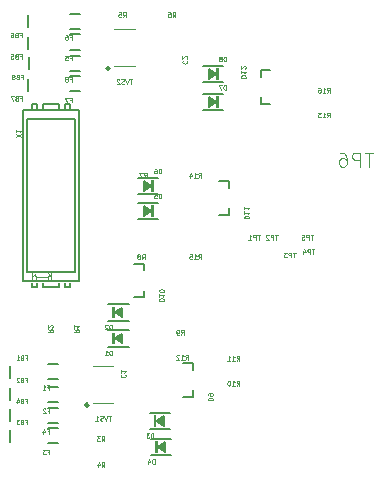
<source format=gbr>
%TF.GenerationSoftware,KiCad,Pcbnew,8.0.3*%
%TF.CreationDate,2024-06-29T02:25:23+02:00*%
%TF.ProjectId,io-16x-fused-fm,696f2d31-3678-42d6-9675-7365642d666d,rev?*%
%TF.SameCoordinates,Original*%
%TF.FileFunction,Legend,Bot*%
%TF.FilePolarity,Positive*%
%FSLAX46Y46*%
G04 Gerber Fmt 4.6, Leading zero omitted, Abs format (unit mm)*
G04 Created by KiCad (PCBNEW 8.0.3) date 2024-06-29 02:25:23*
%MOMM*%
%LPD*%
G01*
G04 APERTURE LIST*
%ADD10C,0.093472*%
%ADD11C,0.095008*%
%ADD12C,0.152400*%
%ADD13C,0.203200*%
%ADD14C,0.000000*%
%ADD15C,0.120000*%
%ADD16C,0.250000*%
%ADD17C,0.101600*%
G04 APERTURE END LIST*
D10*
X150202211Y-121378763D02*
X150608739Y-121378763D01*
X150608739Y-121378763D02*
X150608739Y-121281971D01*
X150608739Y-121281971D02*
X150589381Y-121223895D01*
X150589381Y-121223895D02*
X150550664Y-121185178D01*
X150550664Y-121185178D02*
X150511947Y-121165820D01*
X150511947Y-121165820D02*
X150434513Y-121146461D01*
X150434513Y-121146461D02*
X150376437Y-121146461D01*
X150376437Y-121146461D02*
X150299003Y-121165820D01*
X150299003Y-121165820D02*
X150260286Y-121185178D01*
X150260286Y-121185178D02*
X150221570Y-121223895D01*
X150221570Y-121223895D02*
X150202211Y-121281971D01*
X150202211Y-121281971D02*
X150202211Y-121378763D01*
X150202211Y-120952877D02*
X150202211Y-120875443D01*
X150202211Y-120875443D02*
X150221570Y-120836726D01*
X150221570Y-120836726D02*
X150240928Y-120817367D01*
X150240928Y-120817367D02*
X150299003Y-120778650D01*
X150299003Y-120778650D02*
X150376437Y-120759292D01*
X150376437Y-120759292D02*
X150531305Y-120759292D01*
X150531305Y-120759292D02*
X150570022Y-120778650D01*
X150570022Y-120778650D02*
X150589381Y-120798009D01*
X150589381Y-120798009D02*
X150608739Y-120836726D01*
X150608739Y-120836726D02*
X150608739Y-120914160D01*
X150608739Y-120914160D02*
X150589381Y-120952877D01*
X150589381Y-120952877D02*
X150570022Y-120972235D01*
X150570022Y-120972235D02*
X150531305Y-120991594D01*
X150531305Y-120991594D02*
X150434513Y-120991594D01*
X150434513Y-120991594D02*
X150395796Y-120972235D01*
X150395796Y-120972235D02*
X150376437Y-120952877D01*
X150376437Y-120952877D02*
X150357079Y-120914160D01*
X150357079Y-120914160D02*
X150357079Y-120836726D01*
X150357079Y-120836726D02*
X150376437Y-120798009D01*
X150376437Y-120798009D02*
X150395796Y-120778650D01*
X150395796Y-120778650D02*
X150434513Y-120759292D01*
X149396667Y-109423075D02*
X149532177Y-109229490D01*
X149628969Y-109423075D02*
X149628969Y-109016547D01*
X149628969Y-109016547D02*
X149474101Y-109016547D01*
X149474101Y-109016547D02*
X149435384Y-109035905D01*
X149435384Y-109035905D02*
X149416026Y-109055264D01*
X149416026Y-109055264D02*
X149396667Y-109093981D01*
X149396667Y-109093981D02*
X149396667Y-109152056D01*
X149396667Y-109152056D02*
X149416026Y-109190773D01*
X149416026Y-109190773D02*
X149435384Y-109210132D01*
X149435384Y-109210132D02*
X149474101Y-109229490D01*
X149474101Y-109229490D02*
X149628969Y-109229490D01*
X149009498Y-109423075D02*
X149241800Y-109423075D01*
X149125649Y-109423075D02*
X149125649Y-109016547D01*
X149125649Y-109016547D02*
X149164366Y-109074622D01*
X149164366Y-109074622D02*
X149203083Y-109113339D01*
X149203083Y-109113339D02*
X149241800Y-109132698D01*
X148641686Y-109016547D02*
X148835271Y-109016547D01*
X148835271Y-109016547D02*
X148854630Y-109210132D01*
X148854630Y-109210132D02*
X148835271Y-109190773D01*
X148835271Y-109190773D02*
X148796554Y-109171415D01*
X148796554Y-109171415D02*
X148699762Y-109171415D01*
X148699762Y-109171415D02*
X148661045Y-109190773D01*
X148661045Y-109190773D02*
X148641686Y-109210132D01*
X148641686Y-109210132D02*
X148622328Y-109248849D01*
X148622328Y-109248849D02*
X148622328Y-109345641D01*
X148622328Y-109345641D02*
X148641686Y-109384358D01*
X148641686Y-109384358D02*
X148661045Y-109403717D01*
X148661045Y-109403717D02*
X148699762Y-109423075D01*
X148699762Y-109423075D02*
X148796554Y-109423075D01*
X148796554Y-109423075D02*
X148835271Y-109403717D01*
X148835271Y-109403717D02*
X148854630Y-109384358D01*
X144809497Y-102523075D02*
X144945007Y-102329490D01*
X145041799Y-102523075D02*
X145041799Y-102116547D01*
X145041799Y-102116547D02*
X144886931Y-102116547D01*
X144886931Y-102116547D02*
X144848214Y-102135905D01*
X144848214Y-102135905D02*
X144828856Y-102155264D01*
X144828856Y-102155264D02*
X144809497Y-102193981D01*
X144809497Y-102193981D02*
X144809497Y-102252056D01*
X144809497Y-102252056D02*
X144828856Y-102290773D01*
X144828856Y-102290773D02*
X144848214Y-102310132D01*
X144848214Y-102310132D02*
X144886931Y-102329490D01*
X144886931Y-102329490D02*
X145041799Y-102329490D01*
X144673988Y-102116547D02*
X144402969Y-102116547D01*
X144402969Y-102116547D02*
X144577196Y-102523075D01*
X138843011Y-115376461D02*
X139036596Y-115511971D01*
X138843011Y-115608763D02*
X139249539Y-115608763D01*
X139249539Y-115608763D02*
X139249539Y-115453895D01*
X139249539Y-115453895D02*
X139230181Y-115415178D01*
X139230181Y-115415178D02*
X139210822Y-115395820D01*
X139210822Y-115395820D02*
X139172105Y-115376461D01*
X139172105Y-115376461D02*
X139114030Y-115376461D01*
X139114030Y-115376461D02*
X139075313Y-115395820D01*
X139075313Y-115395820D02*
X139055954Y-115415178D01*
X139055954Y-115415178D02*
X139036596Y-115453895D01*
X139036596Y-115453895D02*
X139036596Y-115608763D01*
X138843011Y-114989292D02*
X138843011Y-115221594D01*
X138843011Y-115105443D02*
X139249539Y-115105443D01*
X139249539Y-115105443D02*
X139191464Y-115144160D01*
X139191464Y-115144160D02*
X139152747Y-115182877D01*
X139152747Y-115182877D02*
X139133388Y-115221594D01*
X147909497Y-115823075D02*
X148045007Y-115629490D01*
X148141799Y-115823075D02*
X148141799Y-115416547D01*
X148141799Y-115416547D02*
X147986931Y-115416547D01*
X147986931Y-115416547D02*
X147948214Y-115435905D01*
X147948214Y-115435905D02*
X147928856Y-115455264D01*
X147928856Y-115455264D02*
X147909497Y-115493981D01*
X147909497Y-115493981D02*
X147909497Y-115552056D01*
X147909497Y-115552056D02*
X147928856Y-115590773D01*
X147928856Y-115590773D02*
X147948214Y-115610132D01*
X147948214Y-115610132D02*
X147986931Y-115629490D01*
X147986931Y-115629490D02*
X148141799Y-115629490D01*
X147715913Y-115823075D02*
X147638479Y-115823075D01*
X147638479Y-115823075D02*
X147599762Y-115803717D01*
X147599762Y-115803717D02*
X147580403Y-115784358D01*
X147580403Y-115784358D02*
X147541686Y-115726283D01*
X147541686Y-115726283D02*
X147522328Y-115648849D01*
X147522328Y-115648849D02*
X147522328Y-115493981D01*
X147522328Y-115493981D02*
X147541686Y-115455264D01*
X147541686Y-115455264D02*
X147561045Y-115435905D01*
X147561045Y-115435905D02*
X147599762Y-115416547D01*
X147599762Y-115416547D02*
X147677196Y-115416547D01*
X147677196Y-115416547D02*
X147715913Y-115435905D01*
X147715913Y-115435905D02*
X147735271Y-115455264D01*
X147735271Y-115455264D02*
X147754630Y-115493981D01*
X147754630Y-115493981D02*
X147754630Y-115590773D01*
X147754630Y-115590773D02*
X147735271Y-115629490D01*
X147735271Y-115629490D02*
X147715913Y-115648849D01*
X147715913Y-115648849D02*
X147677196Y-115668207D01*
X147677196Y-115668207D02*
X147599762Y-115668207D01*
X147599762Y-115668207D02*
X147561045Y-115648849D01*
X147561045Y-115648849D02*
X147541686Y-115629490D01*
X147541686Y-115629490D02*
X147522328Y-115590773D01*
D11*
X134776234Y-123195736D02*
X134902911Y-123195736D01*
X134902911Y-123394800D02*
X134902911Y-123014769D01*
X134902911Y-123014769D02*
X134721944Y-123014769D01*
X134450493Y-123195736D02*
X134396203Y-123213833D01*
X134396203Y-123213833D02*
X134378106Y-123231930D01*
X134378106Y-123231930D02*
X134360009Y-123268123D01*
X134360009Y-123268123D02*
X134360009Y-123322413D01*
X134360009Y-123322413D02*
X134378106Y-123358607D01*
X134378106Y-123358607D02*
X134396203Y-123376704D01*
X134396203Y-123376704D02*
X134432396Y-123394800D01*
X134432396Y-123394800D02*
X134577170Y-123394800D01*
X134577170Y-123394800D02*
X134577170Y-123014769D01*
X134577170Y-123014769D02*
X134450493Y-123014769D01*
X134450493Y-123014769D02*
X134414300Y-123032866D01*
X134414300Y-123032866D02*
X134396203Y-123050963D01*
X134396203Y-123050963D02*
X134378106Y-123087156D01*
X134378106Y-123087156D02*
X134378106Y-123123350D01*
X134378106Y-123123350D02*
X134396203Y-123159543D01*
X134396203Y-123159543D02*
X134414300Y-123177640D01*
X134414300Y-123177640D02*
X134450493Y-123195736D01*
X134450493Y-123195736D02*
X134577170Y-123195736D01*
X134233332Y-123014769D02*
X133998075Y-123014769D01*
X133998075Y-123014769D02*
X134124752Y-123159543D01*
X134124752Y-123159543D02*
X134070462Y-123159543D01*
X134070462Y-123159543D02*
X134034269Y-123177640D01*
X134034269Y-123177640D02*
X134016172Y-123195736D01*
X134016172Y-123195736D02*
X133998075Y-123231930D01*
X133998075Y-123231930D02*
X133998075Y-123322413D01*
X133998075Y-123322413D02*
X134016172Y-123358607D01*
X134016172Y-123358607D02*
X134034269Y-123376704D01*
X134034269Y-123376704D02*
X134070462Y-123394800D01*
X134070462Y-123394800D02*
X134179042Y-123394800D01*
X134179042Y-123394800D02*
X134215236Y-123376704D01*
X134215236Y-123376704D02*
X134233332Y-123358607D01*
X145586586Y-124541236D02*
X145586586Y-124161205D01*
X145586586Y-124161205D02*
X145496102Y-124161205D01*
X145496102Y-124161205D02*
X145441812Y-124179302D01*
X145441812Y-124179302D02*
X145405619Y-124215495D01*
X145405619Y-124215495D02*
X145387522Y-124251689D01*
X145387522Y-124251689D02*
X145369425Y-124324076D01*
X145369425Y-124324076D02*
X145369425Y-124378366D01*
X145369425Y-124378366D02*
X145387522Y-124450753D01*
X145387522Y-124450753D02*
X145405619Y-124486946D01*
X145405619Y-124486946D02*
X145441812Y-124523140D01*
X145441812Y-124523140D02*
X145496102Y-124541236D01*
X145496102Y-124541236D02*
X145586586Y-124541236D01*
X145242748Y-124161205D02*
X145007491Y-124161205D01*
X145007491Y-124161205D02*
X145134168Y-124305979D01*
X145134168Y-124305979D02*
X145079878Y-124305979D01*
X145079878Y-124305979D02*
X145043685Y-124324076D01*
X145043685Y-124324076D02*
X145025588Y-124342172D01*
X145025588Y-124342172D02*
X145007491Y-124378366D01*
X145007491Y-124378366D02*
X145007491Y-124468849D01*
X145007491Y-124468849D02*
X145025588Y-124505043D01*
X145025588Y-124505043D02*
X145043685Y-124523140D01*
X145043685Y-124523140D02*
X145079878Y-124541236D01*
X145079878Y-124541236D02*
X145188458Y-124541236D01*
X145188458Y-124541236D02*
X145224652Y-124523140D01*
X145224652Y-124523140D02*
X145242748Y-124505043D01*
D10*
X152620867Y-118023075D02*
X152756377Y-117829490D01*
X152853169Y-118023075D02*
X152853169Y-117616547D01*
X152853169Y-117616547D02*
X152698301Y-117616547D01*
X152698301Y-117616547D02*
X152659584Y-117635905D01*
X152659584Y-117635905D02*
X152640226Y-117655264D01*
X152640226Y-117655264D02*
X152620867Y-117693981D01*
X152620867Y-117693981D02*
X152620867Y-117752056D01*
X152620867Y-117752056D02*
X152640226Y-117790773D01*
X152640226Y-117790773D02*
X152659584Y-117810132D01*
X152659584Y-117810132D02*
X152698301Y-117829490D01*
X152698301Y-117829490D02*
X152853169Y-117829490D01*
X152233698Y-118023075D02*
X152466000Y-118023075D01*
X152349849Y-118023075D02*
X152349849Y-117616547D01*
X152349849Y-117616547D02*
X152388566Y-117674622D01*
X152388566Y-117674622D02*
X152427283Y-117713339D01*
X152427283Y-117713339D02*
X152466000Y-117732698D01*
X151846528Y-118023075D02*
X152078830Y-118023075D01*
X151962679Y-118023075D02*
X151962679Y-117616547D01*
X151962679Y-117616547D02*
X152001396Y-117674622D01*
X152001396Y-117674622D02*
X152040113Y-117713339D01*
X152040113Y-117713339D02*
X152078830Y-117732698D01*
X160296667Y-97423075D02*
X160432177Y-97229490D01*
X160528969Y-97423075D02*
X160528969Y-97016547D01*
X160528969Y-97016547D02*
X160374101Y-97016547D01*
X160374101Y-97016547D02*
X160335384Y-97035905D01*
X160335384Y-97035905D02*
X160316026Y-97055264D01*
X160316026Y-97055264D02*
X160296667Y-97093981D01*
X160296667Y-97093981D02*
X160296667Y-97152056D01*
X160296667Y-97152056D02*
X160316026Y-97190773D01*
X160316026Y-97190773D02*
X160335384Y-97210132D01*
X160335384Y-97210132D02*
X160374101Y-97229490D01*
X160374101Y-97229490D02*
X160528969Y-97229490D01*
X159909498Y-97423075D02*
X160141800Y-97423075D01*
X160025649Y-97423075D02*
X160025649Y-97016547D01*
X160025649Y-97016547D02*
X160064366Y-97074622D01*
X160064366Y-97074622D02*
X160103083Y-97113339D01*
X160103083Y-97113339D02*
X160141800Y-97132698D01*
X159773988Y-97016547D02*
X159522328Y-97016547D01*
X159522328Y-97016547D02*
X159657837Y-97171415D01*
X159657837Y-97171415D02*
X159599762Y-97171415D01*
X159599762Y-97171415D02*
X159561045Y-97190773D01*
X159561045Y-97190773D02*
X159541686Y-97210132D01*
X159541686Y-97210132D02*
X159522328Y-97248849D01*
X159522328Y-97248849D02*
X159522328Y-97345641D01*
X159522328Y-97345641D02*
X159541686Y-97384358D01*
X159541686Y-97384358D02*
X159561045Y-97403717D01*
X159561045Y-97403717D02*
X159599762Y-97423075D01*
X159599762Y-97423075D02*
X159715913Y-97423075D01*
X159715913Y-97423075D02*
X159754630Y-97403717D01*
X159754630Y-97403717D02*
X159773988Y-97384358D01*
X148081728Y-92611461D02*
X148062370Y-92630820D01*
X148062370Y-92630820D02*
X148043011Y-92688895D01*
X148043011Y-92688895D02*
X148043011Y-92727612D01*
X148043011Y-92727612D02*
X148062370Y-92785688D01*
X148062370Y-92785688D02*
X148101086Y-92824405D01*
X148101086Y-92824405D02*
X148139803Y-92843763D01*
X148139803Y-92843763D02*
X148217237Y-92863122D01*
X148217237Y-92863122D02*
X148275313Y-92863122D01*
X148275313Y-92863122D02*
X148352747Y-92843763D01*
X148352747Y-92843763D02*
X148391464Y-92824405D01*
X148391464Y-92824405D02*
X148430181Y-92785688D01*
X148430181Y-92785688D02*
X148449539Y-92727612D01*
X148449539Y-92727612D02*
X148449539Y-92688895D01*
X148449539Y-92688895D02*
X148430181Y-92630820D01*
X148430181Y-92630820D02*
X148410822Y-92611461D01*
X148410822Y-92456594D02*
X148430181Y-92437235D01*
X148430181Y-92437235D02*
X148449539Y-92398518D01*
X148449539Y-92398518D02*
X148449539Y-92301726D01*
X148449539Y-92301726D02*
X148430181Y-92263009D01*
X148430181Y-92263009D02*
X148410822Y-92243650D01*
X148410822Y-92243650D02*
X148372105Y-92224292D01*
X148372105Y-92224292D02*
X148333388Y-92224292D01*
X148333388Y-92224292D02*
X148275313Y-92243650D01*
X148275313Y-92243650D02*
X148043011Y-92475952D01*
X148043011Y-92475952D02*
X148043011Y-92224292D01*
D11*
X134776234Y-119642336D02*
X134902911Y-119642336D01*
X134902911Y-119841400D02*
X134902911Y-119461369D01*
X134902911Y-119461369D02*
X134721944Y-119461369D01*
X134450493Y-119642336D02*
X134396203Y-119660433D01*
X134396203Y-119660433D02*
X134378106Y-119678530D01*
X134378106Y-119678530D02*
X134360009Y-119714723D01*
X134360009Y-119714723D02*
X134360009Y-119769013D01*
X134360009Y-119769013D02*
X134378106Y-119805207D01*
X134378106Y-119805207D02*
X134396203Y-119823304D01*
X134396203Y-119823304D02*
X134432396Y-119841400D01*
X134432396Y-119841400D02*
X134577170Y-119841400D01*
X134577170Y-119841400D02*
X134577170Y-119461369D01*
X134577170Y-119461369D02*
X134450493Y-119461369D01*
X134450493Y-119461369D02*
X134414300Y-119479466D01*
X134414300Y-119479466D02*
X134396203Y-119497563D01*
X134396203Y-119497563D02*
X134378106Y-119533756D01*
X134378106Y-119533756D02*
X134378106Y-119569950D01*
X134378106Y-119569950D02*
X134396203Y-119606143D01*
X134396203Y-119606143D02*
X134414300Y-119624240D01*
X134414300Y-119624240D02*
X134450493Y-119642336D01*
X134450493Y-119642336D02*
X134577170Y-119642336D01*
X134215236Y-119497563D02*
X134197139Y-119479466D01*
X134197139Y-119479466D02*
X134160946Y-119461369D01*
X134160946Y-119461369D02*
X134070462Y-119461369D01*
X134070462Y-119461369D02*
X134034269Y-119479466D01*
X134034269Y-119479466D02*
X134016172Y-119497563D01*
X134016172Y-119497563D02*
X133998075Y-119533756D01*
X133998075Y-119533756D02*
X133998075Y-119569950D01*
X133998075Y-119569950D02*
X134016172Y-119624240D01*
X134016172Y-119624240D02*
X134233332Y-119841400D01*
X134233332Y-119841400D02*
X133998075Y-119841400D01*
X145686586Y-126741236D02*
X145686586Y-126361205D01*
X145686586Y-126361205D02*
X145596102Y-126361205D01*
X145596102Y-126361205D02*
X145541812Y-126379302D01*
X145541812Y-126379302D02*
X145505619Y-126415495D01*
X145505619Y-126415495D02*
X145487522Y-126451689D01*
X145487522Y-126451689D02*
X145469425Y-126524076D01*
X145469425Y-126524076D02*
X145469425Y-126578366D01*
X145469425Y-126578366D02*
X145487522Y-126650753D01*
X145487522Y-126650753D02*
X145505619Y-126686946D01*
X145505619Y-126686946D02*
X145541812Y-126723140D01*
X145541812Y-126723140D02*
X145596102Y-126741236D01*
X145596102Y-126741236D02*
X145686586Y-126741236D01*
X145143685Y-126487882D02*
X145143685Y-126741236D01*
X145234168Y-126343109D02*
X145324652Y-126614559D01*
X145324652Y-126614559D02*
X145089394Y-126614559D01*
X146235411Y-102164600D02*
X146235411Y-101784569D01*
X146235411Y-101784569D02*
X146144927Y-101784569D01*
X146144927Y-101784569D02*
X146090637Y-101802666D01*
X146090637Y-101802666D02*
X146054444Y-101838859D01*
X146054444Y-101838859D02*
X146036347Y-101875053D01*
X146036347Y-101875053D02*
X146018250Y-101947440D01*
X146018250Y-101947440D02*
X146018250Y-102001730D01*
X146018250Y-102001730D02*
X146036347Y-102074117D01*
X146036347Y-102074117D02*
X146054444Y-102110310D01*
X146054444Y-102110310D02*
X146090637Y-102146504D01*
X146090637Y-102146504D02*
X146144927Y-102164600D01*
X146144927Y-102164600D02*
X146235411Y-102164600D01*
X145692510Y-101784569D02*
X145764896Y-101784569D01*
X145764896Y-101784569D02*
X145801090Y-101802666D01*
X145801090Y-101802666D02*
X145819187Y-101820763D01*
X145819187Y-101820763D02*
X145855380Y-101875053D01*
X145855380Y-101875053D02*
X145873477Y-101947440D01*
X145873477Y-101947440D02*
X145873477Y-102092213D01*
X145873477Y-102092213D02*
X145855380Y-102128407D01*
X145855380Y-102128407D02*
X145837283Y-102146504D01*
X145837283Y-102146504D02*
X145801090Y-102164600D01*
X145801090Y-102164600D02*
X145728703Y-102164600D01*
X145728703Y-102164600D02*
X145692510Y-102146504D01*
X145692510Y-102146504D02*
X145674413Y-102128407D01*
X145674413Y-102128407D02*
X145656316Y-102092213D01*
X145656316Y-102092213D02*
X145656316Y-102001730D01*
X145656316Y-102001730D02*
X145674413Y-101965536D01*
X145674413Y-101965536D02*
X145692510Y-101947440D01*
X145692510Y-101947440D02*
X145728703Y-101929343D01*
X145728703Y-101929343D02*
X145801090Y-101929343D01*
X145801090Y-101929343D02*
X145837283Y-101947440D01*
X145837283Y-101947440D02*
X145855380Y-101965536D01*
X145855380Y-101965536D02*
X145873477Y-102001730D01*
X134293950Y-90445372D02*
X134420627Y-90445372D01*
X134420627Y-90644436D02*
X134420627Y-90264405D01*
X134420627Y-90264405D02*
X134239660Y-90264405D01*
X133968209Y-90445372D02*
X133913919Y-90463469D01*
X133913919Y-90463469D02*
X133895822Y-90481566D01*
X133895822Y-90481566D02*
X133877725Y-90517759D01*
X133877725Y-90517759D02*
X133877725Y-90572049D01*
X133877725Y-90572049D02*
X133895822Y-90608243D01*
X133895822Y-90608243D02*
X133913919Y-90626340D01*
X133913919Y-90626340D02*
X133950112Y-90644436D01*
X133950112Y-90644436D02*
X134094886Y-90644436D01*
X134094886Y-90644436D02*
X134094886Y-90264405D01*
X134094886Y-90264405D02*
X133968209Y-90264405D01*
X133968209Y-90264405D02*
X133932016Y-90282502D01*
X133932016Y-90282502D02*
X133913919Y-90300599D01*
X133913919Y-90300599D02*
X133895822Y-90336792D01*
X133895822Y-90336792D02*
X133895822Y-90372986D01*
X133895822Y-90372986D02*
X133913919Y-90409179D01*
X133913919Y-90409179D02*
X133932016Y-90427276D01*
X133932016Y-90427276D02*
X133968209Y-90445372D01*
X133968209Y-90445372D02*
X134094886Y-90445372D01*
X133551985Y-90264405D02*
X133624371Y-90264405D01*
X133624371Y-90264405D02*
X133660565Y-90282502D01*
X133660565Y-90282502D02*
X133678662Y-90300599D01*
X133678662Y-90300599D02*
X133714855Y-90354889D01*
X133714855Y-90354889D02*
X133732952Y-90427276D01*
X133732952Y-90427276D02*
X133732952Y-90572049D01*
X133732952Y-90572049D02*
X133714855Y-90608243D01*
X133714855Y-90608243D02*
X133696758Y-90626340D01*
X133696758Y-90626340D02*
X133660565Y-90644436D01*
X133660565Y-90644436D02*
X133588178Y-90644436D01*
X133588178Y-90644436D02*
X133551985Y-90626340D01*
X133551985Y-90626340D02*
X133533888Y-90608243D01*
X133533888Y-90608243D02*
X133515791Y-90572049D01*
X133515791Y-90572049D02*
X133515791Y-90481566D01*
X133515791Y-90481566D02*
X133533888Y-90445372D01*
X133533888Y-90445372D02*
X133551985Y-90427276D01*
X133551985Y-90427276D02*
X133588178Y-90409179D01*
X133588178Y-90409179D02*
X133660565Y-90409179D01*
X133660565Y-90409179D02*
X133696758Y-90427276D01*
X133696758Y-90427276D02*
X133714855Y-90445372D01*
X133714855Y-90445372D02*
X133732952Y-90481566D01*
X134776234Y-117755736D02*
X134902911Y-117755736D01*
X134902911Y-117954800D02*
X134902911Y-117574769D01*
X134902911Y-117574769D02*
X134721944Y-117574769D01*
X134450493Y-117755736D02*
X134396203Y-117773833D01*
X134396203Y-117773833D02*
X134378106Y-117791930D01*
X134378106Y-117791930D02*
X134360009Y-117828123D01*
X134360009Y-117828123D02*
X134360009Y-117882413D01*
X134360009Y-117882413D02*
X134378106Y-117918607D01*
X134378106Y-117918607D02*
X134396203Y-117936704D01*
X134396203Y-117936704D02*
X134432396Y-117954800D01*
X134432396Y-117954800D02*
X134577170Y-117954800D01*
X134577170Y-117954800D02*
X134577170Y-117574769D01*
X134577170Y-117574769D02*
X134450493Y-117574769D01*
X134450493Y-117574769D02*
X134414300Y-117592866D01*
X134414300Y-117592866D02*
X134396203Y-117610963D01*
X134396203Y-117610963D02*
X134378106Y-117647156D01*
X134378106Y-117647156D02*
X134378106Y-117683350D01*
X134378106Y-117683350D02*
X134396203Y-117719543D01*
X134396203Y-117719543D02*
X134414300Y-117737640D01*
X134414300Y-117737640D02*
X134450493Y-117755736D01*
X134450493Y-117755736D02*
X134577170Y-117755736D01*
X133998075Y-117954800D02*
X134215236Y-117954800D01*
X134106655Y-117954800D02*
X134106655Y-117574769D01*
X134106655Y-117574769D02*
X134142849Y-117629059D01*
X134142849Y-117629059D02*
X134179042Y-117665253D01*
X134179042Y-117665253D02*
X134215236Y-117683350D01*
D10*
X136633215Y-125736832D02*
X136768724Y-125736832D01*
X136768724Y-125949775D02*
X136768724Y-125543247D01*
X136768724Y-125543247D02*
X136575139Y-125543247D01*
X136458988Y-125543247D02*
X136207328Y-125543247D01*
X136207328Y-125543247D02*
X136342837Y-125698115D01*
X136342837Y-125698115D02*
X136284762Y-125698115D01*
X136284762Y-125698115D02*
X136246045Y-125717473D01*
X136246045Y-125717473D02*
X136226686Y-125736832D01*
X136226686Y-125736832D02*
X136207328Y-125775549D01*
X136207328Y-125775549D02*
X136207328Y-125872341D01*
X136207328Y-125872341D02*
X136226686Y-125911058D01*
X136226686Y-125911058D02*
X136246045Y-125930417D01*
X136246045Y-125930417D02*
X136284762Y-125949775D01*
X136284762Y-125949775D02*
X136400913Y-125949775D01*
X136400913Y-125949775D02*
X136439630Y-125930417D01*
X136439630Y-125930417D02*
X136458988Y-125911058D01*
X144609497Y-109423075D02*
X144745007Y-109229490D01*
X144841799Y-109423075D02*
X144841799Y-109016547D01*
X144841799Y-109016547D02*
X144686931Y-109016547D01*
X144686931Y-109016547D02*
X144648214Y-109035905D01*
X144648214Y-109035905D02*
X144628856Y-109055264D01*
X144628856Y-109055264D02*
X144609497Y-109093981D01*
X144609497Y-109093981D02*
X144609497Y-109152056D01*
X144609497Y-109152056D02*
X144628856Y-109190773D01*
X144628856Y-109190773D02*
X144648214Y-109210132D01*
X144648214Y-109210132D02*
X144686931Y-109229490D01*
X144686931Y-109229490D02*
X144841799Y-109229490D01*
X144377196Y-109190773D02*
X144415913Y-109171415D01*
X144415913Y-109171415D02*
X144435271Y-109152056D01*
X144435271Y-109152056D02*
X144454630Y-109113339D01*
X144454630Y-109113339D02*
X144454630Y-109093981D01*
X144454630Y-109093981D02*
X144435271Y-109055264D01*
X144435271Y-109055264D02*
X144415913Y-109035905D01*
X144415913Y-109035905D02*
X144377196Y-109016547D01*
X144377196Y-109016547D02*
X144299762Y-109016547D01*
X144299762Y-109016547D02*
X144261045Y-109035905D01*
X144261045Y-109035905D02*
X144241686Y-109055264D01*
X144241686Y-109055264D02*
X144222328Y-109093981D01*
X144222328Y-109093981D02*
X144222328Y-109113339D01*
X144222328Y-109113339D02*
X144241686Y-109152056D01*
X144241686Y-109152056D02*
X144261045Y-109171415D01*
X144261045Y-109171415D02*
X144299762Y-109190773D01*
X144299762Y-109190773D02*
X144377196Y-109190773D01*
X144377196Y-109190773D02*
X144415913Y-109210132D01*
X144415913Y-109210132D02*
X144435271Y-109229490D01*
X144435271Y-109229490D02*
X144454630Y-109268207D01*
X144454630Y-109268207D02*
X144454630Y-109345641D01*
X144454630Y-109345641D02*
X144435271Y-109384358D01*
X144435271Y-109384358D02*
X144415913Y-109403717D01*
X144415913Y-109403717D02*
X144377196Y-109423075D01*
X144377196Y-109423075D02*
X144299762Y-109423075D01*
X144299762Y-109423075D02*
X144261045Y-109403717D01*
X144261045Y-109403717D02*
X144241686Y-109384358D01*
X144241686Y-109384358D02*
X144222328Y-109345641D01*
X144222328Y-109345641D02*
X144222328Y-109268207D01*
X144222328Y-109268207D02*
X144241686Y-109229490D01*
X144241686Y-109229490D02*
X144261045Y-109210132D01*
X144261045Y-109210132D02*
X144299762Y-109190773D01*
D11*
X134776234Y-121409036D02*
X134902911Y-121409036D01*
X134902911Y-121608100D02*
X134902911Y-121228069D01*
X134902911Y-121228069D02*
X134721944Y-121228069D01*
X134450493Y-121409036D02*
X134396203Y-121427133D01*
X134396203Y-121427133D02*
X134378106Y-121445230D01*
X134378106Y-121445230D02*
X134360009Y-121481423D01*
X134360009Y-121481423D02*
X134360009Y-121535713D01*
X134360009Y-121535713D02*
X134378106Y-121571907D01*
X134378106Y-121571907D02*
X134396203Y-121590004D01*
X134396203Y-121590004D02*
X134432396Y-121608100D01*
X134432396Y-121608100D02*
X134577170Y-121608100D01*
X134577170Y-121608100D02*
X134577170Y-121228069D01*
X134577170Y-121228069D02*
X134450493Y-121228069D01*
X134450493Y-121228069D02*
X134414300Y-121246166D01*
X134414300Y-121246166D02*
X134396203Y-121264263D01*
X134396203Y-121264263D02*
X134378106Y-121300456D01*
X134378106Y-121300456D02*
X134378106Y-121336650D01*
X134378106Y-121336650D02*
X134396203Y-121372843D01*
X134396203Y-121372843D02*
X134414300Y-121390940D01*
X134414300Y-121390940D02*
X134450493Y-121409036D01*
X134450493Y-121409036D02*
X134577170Y-121409036D01*
X134034269Y-121354746D02*
X134034269Y-121608100D01*
X134124752Y-121209973D02*
X134215236Y-121481423D01*
X134215236Y-121481423D02*
X133979978Y-121481423D01*
D10*
X164144855Y-100406577D02*
X163472554Y-100406577D01*
X163808704Y-101583105D02*
X163808704Y-100406577D01*
X163080378Y-101583105D02*
X163080378Y-100406577D01*
X163080378Y-100406577D02*
X162632177Y-100406577D01*
X162632177Y-100406577D02*
X162520126Y-100462602D01*
X162520126Y-100462602D02*
X162464101Y-100518627D01*
X162464101Y-100518627D02*
X162408076Y-100630677D01*
X162408076Y-100630677D02*
X162408076Y-100798753D01*
X162408076Y-100798753D02*
X162464101Y-100910803D01*
X162464101Y-100910803D02*
X162520126Y-100966828D01*
X162520126Y-100966828D02*
X162632177Y-101022853D01*
X162632177Y-101022853D02*
X163080378Y-101022853D01*
X161399624Y-100406577D02*
X161623724Y-100406577D01*
X161623724Y-100406577D02*
X161735774Y-100462602D01*
X161735774Y-100462602D02*
X161791800Y-100518627D01*
X161791800Y-100518627D02*
X161903850Y-100686702D01*
X161903850Y-100686702D02*
X161959875Y-100910803D01*
X161959875Y-100910803D02*
X161959875Y-101359004D01*
X161959875Y-101359004D02*
X161903850Y-101471054D01*
X161903850Y-101471054D02*
X161847825Y-101527080D01*
X161847825Y-101527080D02*
X161735774Y-101583105D01*
X161735774Y-101583105D02*
X161511674Y-101583105D01*
X161511674Y-101583105D02*
X161399624Y-101527080D01*
X161399624Y-101527080D02*
X161343598Y-101471054D01*
X161343598Y-101471054D02*
X161287573Y-101359004D01*
X161287573Y-101359004D02*
X161287573Y-101078878D01*
X161287573Y-101078878D02*
X161343598Y-100966828D01*
X161343598Y-100966828D02*
X161399624Y-100910803D01*
X161399624Y-100910803D02*
X161511674Y-100854778D01*
X161511674Y-100854778D02*
X161735774Y-100854778D01*
X161735774Y-100854778D02*
X161847825Y-100910803D01*
X161847825Y-100910803D02*
X161903850Y-100966828D01*
X161903850Y-100966828D02*
X161959875Y-101078878D01*
X147209497Y-88923075D02*
X147345007Y-88729490D01*
X147441799Y-88923075D02*
X147441799Y-88516547D01*
X147441799Y-88516547D02*
X147286931Y-88516547D01*
X147286931Y-88516547D02*
X147248214Y-88535905D01*
X147248214Y-88535905D02*
X147228856Y-88555264D01*
X147228856Y-88555264D02*
X147209497Y-88593981D01*
X147209497Y-88593981D02*
X147209497Y-88652056D01*
X147209497Y-88652056D02*
X147228856Y-88690773D01*
X147228856Y-88690773D02*
X147248214Y-88710132D01*
X147248214Y-88710132D02*
X147286931Y-88729490D01*
X147286931Y-88729490D02*
X147441799Y-88729490D01*
X146861045Y-88516547D02*
X146938479Y-88516547D01*
X146938479Y-88516547D02*
X146977196Y-88535905D01*
X146977196Y-88535905D02*
X146996554Y-88555264D01*
X146996554Y-88555264D02*
X147035271Y-88613339D01*
X147035271Y-88613339D02*
X147054630Y-88690773D01*
X147054630Y-88690773D02*
X147054630Y-88845641D01*
X147054630Y-88845641D02*
X147035271Y-88884358D01*
X147035271Y-88884358D02*
X147015913Y-88903717D01*
X147015913Y-88903717D02*
X146977196Y-88923075D01*
X146977196Y-88923075D02*
X146899762Y-88923075D01*
X146899762Y-88923075D02*
X146861045Y-88903717D01*
X146861045Y-88903717D02*
X146841686Y-88884358D01*
X146841686Y-88884358D02*
X146822328Y-88845641D01*
X146822328Y-88845641D02*
X146822328Y-88748849D01*
X146822328Y-88748849D02*
X146841686Y-88710132D01*
X146841686Y-88710132D02*
X146861045Y-88690773D01*
X146861045Y-88690773D02*
X146899762Y-88671415D01*
X146899762Y-88671415D02*
X146977196Y-88671415D01*
X146977196Y-88671415D02*
X147015913Y-88690773D01*
X147015913Y-88690773D02*
X147035271Y-88710132D01*
X147035271Y-88710132D02*
X147054630Y-88748849D01*
X146078011Y-112978763D02*
X146484539Y-112978763D01*
X146484539Y-112978763D02*
X146484539Y-112881971D01*
X146484539Y-112881971D02*
X146465181Y-112823895D01*
X146465181Y-112823895D02*
X146426464Y-112785178D01*
X146426464Y-112785178D02*
X146387747Y-112765820D01*
X146387747Y-112765820D02*
X146310313Y-112746461D01*
X146310313Y-112746461D02*
X146252237Y-112746461D01*
X146252237Y-112746461D02*
X146174803Y-112765820D01*
X146174803Y-112765820D02*
X146136086Y-112785178D01*
X146136086Y-112785178D02*
X146097370Y-112823895D01*
X146097370Y-112823895D02*
X146078011Y-112881971D01*
X146078011Y-112881971D02*
X146078011Y-112978763D01*
X146078011Y-112359292D02*
X146078011Y-112591594D01*
X146078011Y-112475443D02*
X146484539Y-112475443D01*
X146484539Y-112475443D02*
X146426464Y-112514160D01*
X146426464Y-112514160D02*
X146387747Y-112552877D01*
X146387747Y-112552877D02*
X146368388Y-112591594D01*
X146484539Y-112107631D02*
X146484539Y-112068914D01*
X146484539Y-112068914D02*
X146465181Y-112030197D01*
X146465181Y-112030197D02*
X146445822Y-112010839D01*
X146445822Y-112010839D02*
X146407105Y-111991480D01*
X146407105Y-111991480D02*
X146329671Y-111972122D01*
X146329671Y-111972122D02*
X146232879Y-111972122D01*
X146232879Y-111972122D02*
X146155445Y-111991480D01*
X146155445Y-111991480D02*
X146116728Y-112010839D01*
X146116728Y-112010839D02*
X146097370Y-112030197D01*
X146097370Y-112030197D02*
X146078011Y-112068914D01*
X146078011Y-112068914D02*
X146078011Y-112107631D01*
X146078011Y-112107631D02*
X146097370Y-112146348D01*
X146097370Y-112146348D02*
X146116728Y-112165707D01*
X146116728Y-112165707D02*
X146155445Y-112185065D01*
X146155445Y-112185065D02*
X146232879Y-112204424D01*
X146232879Y-112204424D02*
X146329671Y-112204424D01*
X146329671Y-112204424D02*
X146407105Y-112185065D01*
X146407105Y-112185065D02*
X146445822Y-112165707D01*
X146445822Y-112165707D02*
X146465181Y-112146348D01*
X146465181Y-112146348D02*
X146484539Y-112107631D01*
X143795947Y-94184047D02*
X143563645Y-94184047D01*
X143679796Y-94590575D02*
X143679796Y-94184047D01*
X143486211Y-94184047D02*
X143350701Y-94590575D01*
X143350701Y-94590575D02*
X143215192Y-94184047D01*
X143099041Y-94571217D02*
X143040965Y-94590575D01*
X143040965Y-94590575D02*
X142944173Y-94590575D01*
X142944173Y-94590575D02*
X142905456Y-94571217D01*
X142905456Y-94571217D02*
X142886097Y-94551858D01*
X142886097Y-94551858D02*
X142866739Y-94513141D01*
X142866739Y-94513141D02*
X142866739Y-94474424D01*
X142866739Y-94474424D02*
X142886097Y-94435707D01*
X142886097Y-94435707D02*
X142905456Y-94416349D01*
X142905456Y-94416349D02*
X142944173Y-94396990D01*
X142944173Y-94396990D02*
X143021607Y-94377632D01*
X143021607Y-94377632D02*
X143060324Y-94358273D01*
X143060324Y-94358273D02*
X143079682Y-94338915D01*
X143079682Y-94338915D02*
X143099041Y-94300198D01*
X143099041Y-94300198D02*
X143099041Y-94261481D01*
X143099041Y-94261481D02*
X143079682Y-94222764D01*
X143079682Y-94222764D02*
X143060324Y-94203405D01*
X143060324Y-94203405D02*
X143021607Y-94184047D01*
X143021607Y-94184047D02*
X142924814Y-94184047D01*
X142924814Y-94184047D02*
X142866739Y-94203405D01*
X142711871Y-94222764D02*
X142692512Y-94203405D01*
X142692512Y-94203405D02*
X142653795Y-94184047D01*
X142653795Y-94184047D02*
X142557003Y-94184047D01*
X142557003Y-94184047D02*
X142518286Y-94203405D01*
X142518286Y-94203405D02*
X142498927Y-94222764D01*
X142498927Y-94222764D02*
X142479569Y-94261481D01*
X142479569Y-94261481D02*
X142479569Y-94300198D01*
X142479569Y-94300198D02*
X142498927Y-94358273D01*
X142498927Y-94358273D02*
X142731229Y-94590575D01*
X142731229Y-94590575D02*
X142479569Y-94590575D01*
X141209497Y-127023075D02*
X141345007Y-126829490D01*
X141441799Y-127023075D02*
X141441799Y-126616547D01*
X141441799Y-126616547D02*
X141286931Y-126616547D01*
X141286931Y-126616547D02*
X141248214Y-126635905D01*
X141248214Y-126635905D02*
X141228856Y-126655264D01*
X141228856Y-126655264D02*
X141209497Y-126693981D01*
X141209497Y-126693981D02*
X141209497Y-126752056D01*
X141209497Y-126752056D02*
X141228856Y-126790773D01*
X141228856Y-126790773D02*
X141248214Y-126810132D01*
X141248214Y-126810132D02*
X141286931Y-126829490D01*
X141286931Y-126829490D02*
X141441799Y-126829490D01*
X140861045Y-126752056D02*
X140861045Y-127023075D01*
X140957837Y-126597189D02*
X141054630Y-126887566D01*
X141054630Y-126887566D02*
X140802969Y-126887566D01*
X141995947Y-122684047D02*
X141763645Y-122684047D01*
X141879796Y-123090575D02*
X141879796Y-122684047D01*
X141686211Y-122684047D02*
X141550701Y-123090575D01*
X141550701Y-123090575D02*
X141415192Y-122684047D01*
X141299041Y-123071217D02*
X141240965Y-123090575D01*
X141240965Y-123090575D02*
X141144173Y-123090575D01*
X141144173Y-123090575D02*
X141105456Y-123071217D01*
X141105456Y-123071217D02*
X141086097Y-123051858D01*
X141086097Y-123051858D02*
X141066739Y-123013141D01*
X141066739Y-123013141D02*
X141066739Y-122974424D01*
X141066739Y-122974424D02*
X141086097Y-122935707D01*
X141086097Y-122935707D02*
X141105456Y-122916349D01*
X141105456Y-122916349D02*
X141144173Y-122896990D01*
X141144173Y-122896990D02*
X141221607Y-122877632D01*
X141221607Y-122877632D02*
X141260324Y-122858273D01*
X141260324Y-122858273D02*
X141279682Y-122838915D01*
X141279682Y-122838915D02*
X141299041Y-122800198D01*
X141299041Y-122800198D02*
X141299041Y-122761481D01*
X141299041Y-122761481D02*
X141279682Y-122722764D01*
X141279682Y-122722764D02*
X141260324Y-122703405D01*
X141260324Y-122703405D02*
X141221607Y-122684047D01*
X141221607Y-122684047D02*
X141124814Y-122684047D01*
X141124814Y-122684047D02*
X141066739Y-122703405D01*
X140679569Y-123090575D02*
X140911871Y-123090575D01*
X140795720Y-123090575D02*
X140795720Y-122684047D01*
X140795720Y-122684047D02*
X140834437Y-122742122D01*
X140834437Y-122742122D02*
X140873154Y-122780839D01*
X140873154Y-122780839D02*
X140911871Y-122800198D01*
X142866091Y-119188147D02*
X142846733Y-119207506D01*
X142846733Y-119207506D02*
X142827374Y-119265581D01*
X142827374Y-119265581D02*
X142827374Y-119304298D01*
X142827374Y-119304298D02*
X142846733Y-119362374D01*
X142846733Y-119362374D02*
X142885449Y-119401091D01*
X142885449Y-119401091D02*
X142924166Y-119420449D01*
X142924166Y-119420449D02*
X143001600Y-119439808D01*
X143001600Y-119439808D02*
X143059676Y-119439808D01*
X143059676Y-119439808D02*
X143137110Y-119420449D01*
X143137110Y-119420449D02*
X143175827Y-119401091D01*
X143175827Y-119401091D02*
X143214544Y-119362374D01*
X143214544Y-119362374D02*
X143233902Y-119304298D01*
X143233902Y-119304298D02*
X143233902Y-119265581D01*
X143233902Y-119265581D02*
X143214544Y-119207506D01*
X143214544Y-119207506D02*
X143195185Y-119188147D01*
X142827374Y-118800978D02*
X142827374Y-119033280D01*
X142827374Y-118917129D02*
X143233902Y-118917129D01*
X143233902Y-118917129D02*
X143175827Y-118955846D01*
X143175827Y-118955846D02*
X143137110Y-118994563D01*
X143137110Y-118994563D02*
X143117751Y-119033280D01*
D11*
X151735411Y-92664600D02*
X151735411Y-92284569D01*
X151735411Y-92284569D02*
X151644927Y-92284569D01*
X151644927Y-92284569D02*
X151590637Y-92302666D01*
X151590637Y-92302666D02*
X151554444Y-92338859D01*
X151554444Y-92338859D02*
X151536347Y-92375053D01*
X151536347Y-92375053D02*
X151518250Y-92447440D01*
X151518250Y-92447440D02*
X151518250Y-92501730D01*
X151518250Y-92501730D02*
X151536347Y-92574117D01*
X151536347Y-92574117D02*
X151554444Y-92610310D01*
X151554444Y-92610310D02*
X151590637Y-92646504D01*
X151590637Y-92646504D02*
X151644927Y-92664600D01*
X151644927Y-92664600D02*
X151735411Y-92664600D01*
X151301090Y-92447440D02*
X151337283Y-92429343D01*
X151337283Y-92429343D02*
X151355380Y-92411246D01*
X151355380Y-92411246D02*
X151373477Y-92375053D01*
X151373477Y-92375053D02*
X151373477Y-92356956D01*
X151373477Y-92356956D02*
X151355380Y-92320763D01*
X151355380Y-92320763D02*
X151337283Y-92302666D01*
X151337283Y-92302666D02*
X151301090Y-92284569D01*
X151301090Y-92284569D02*
X151228703Y-92284569D01*
X151228703Y-92284569D02*
X151192510Y-92302666D01*
X151192510Y-92302666D02*
X151174413Y-92320763D01*
X151174413Y-92320763D02*
X151156316Y-92356956D01*
X151156316Y-92356956D02*
X151156316Y-92375053D01*
X151156316Y-92375053D02*
X151174413Y-92411246D01*
X151174413Y-92411246D02*
X151192510Y-92429343D01*
X151192510Y-92429343D02*
X151228703Y-92447440D01*
X151228703Y-92447440D02*
X151301090Y-92447440D01*
X151301090Y-92447440D02*
X151337283Y-92465536D01*
X151337283Y-92465536D02*
X151355380Y-92483633D01*
X151355380Y-92483633D02*
X151373477Y-92519827D01*
X151373477Y-92519827D02*
X151373477Y-92592213D01*
X151373477Y-92592213D02*
X151355380Y-92628407D01*
X151355380Y-92628407D02*
X151337283Y-92646504D01*
X151337283Y-92646504D02*
X151301090Y-92664600D01*
X151301090Y-92664600D02*
X151228703Y-92664600D01*
X151228703Y-92664600D02*
X151192510Y-92646504D01*
X151192510Y-92646504D02*
X151174413Y-92628407D01*
X151174413Y-92628407D02*
X151156316Y-92592213D01*
X151156316Y-92592213D02*
X151156316Y-92519827D01*
X151156316Y-92519827D02*
X151174413Y-92483633D01*
X151174413Y-92483633D02*
X151192510Y-92465536D01*
X151192510Y-92465536D02*
X151228703Y-92447440D01*
X142062386Y-115341236D02*
X142062386Y-114961205D01*
X142062386Y-114961205D02*
X141971902Y-114961205D01*
X141971902Y-114961205D02*
X141917612Y-114979302D01*
X141917612Y-114979302D02*
X141881419Y-115015495D01*
X141881419Y-115015495D02*
X141863322Y-115051689D01*
X141863322Y-115051689D02*
X141845225Y-115124076D01*
X141845225Y-115124076D02*
X141845225Y-115178366D01*
X141845225Y-115178366D02*
X141863322Y-115250753D01*
X141863322Y-115250753D02*
X141881419Y-115286946D01*
X141881419Y-115286946D02*
X141917612Y-115323140D01*
X141917612Y-115323140D02*
X141971902Y-115341236D01*
X141971902Y-115341236D02*
X142062386Y-115341236D01*
X141700452Y-114997399D02*
X141682355Y-114979302D01*
X141682355Y-114979302D02*
X141646162Y-114961205D01*
X141646162Y-114961205D02*
X141555678Y-114961205D01*
X141555678Y-114961205D02*
X141519485Y-114979302D01*
X141519485Y-114979302D02*
X141501388Y-114997399D01*
X141501388Y-114997399D02*
X141483291Y-115033592D01*
X141483291Y-115033592D02*
X141483291Y-115069786D01*
X141483291Y-115069786D02*
X141501388Y-115124076D01*
X141501388Y-115124076D02*
X141718548Y-115341236D01*
X141718548Y-115341236D02*
X141483291Y-115341236D01*
D10*
X152620867Y-120123075D02*
X152756377Y-119929490D01*
X152853169Y-120123075D02*
X152853169Y-119716547D01*
X152853169Y-119716547D02*
X152698301Y-119716547D01*
X152698301Y-119716547D02*
X152659584Y-119735905D01*
X152659584Y-119735905D02*
X152640226Y-119755264D01*
X152640226Y-119755264D02*
X152620867Y-119793981D01*
X152620867Y-119793981D02*
X152620867Y-119852056D01*
X152620867Y-119852056D02*
X152640226Y-119890773D01*
X152640226Y-119890773D02*
X152659584Y-119910132D01*
X152659584Y-119910132D02*
X152698301Y-119929490D01*
X152698301Y-119929490D02*
X152853169Y-119929490D01*
X152233698Y-120123075D02*
X152466000Y-120123075D01*
X152349849Y-120123075D02*
X152349849Y-119716547D01*
X152349849Y-119716547D02*
X152388566Y-119774622D01*
X152388566Y-119774622D02*
X152427283Y-119813339D01*
X152427283Y-119813339D02*
X152466000Y-119832698D01*
X151982037Y-119716547D02*
X151943320Y-119716547D01*
X151943320Y-119716547D02*
X151904603Y-119735905D01*
X151904603Y-119735905D02*
X151885245Y-119755264D01*
X151885245Y-119755264D02*
X151865886Y-119793981D01*
X151865886Y-119793981D02*
X151846528Y-119871415D01*
X151846528Y-119871415D02*
X151846528Y-119968207D01*
X151846528Y-119968207D02*
X151865886Y-120045641D01*
X151865886Y-120045641D02*
X151885245Y-120084358D01*
X151885245Y-120084358D02*
X151904603Y-120103717D01*
X151904603Y-120103717D02*
X151943320Y-120123075D01*
X151943320Y-120123075D02*
X151982037Y-120123075D01*
X151982037Y-120123075D02*
X152020754Y-120103717D01*
X152020754Y-120103717D02*
X152040113Y-120084358D01*
X152040113Y-120084358D02*
X152059471Y-120045641D01*
X152059471Y-120045641D02*
X152078830Y-119968207D01*
X152078830Y-119968207D02*
X152078830Y-119871415D01*
X152078830Y-119871415D02*
X152059471Y-119793981D01*
X152059471Y-119793981D02*
X152040113Y-119755264D01*
X152040113Y-119755264D02*
X152020754Y-119735905D01*
X152020754Y-119735905D02*
X151982037Y-119716547D01*
D11*
X151735411Y-95064600D02*
X151735411Y-94684569D01*
X151735411Y-94684569D02*
X151644927Y-94684569D01*
X151644927Y-94684569D02*
X151590637Y-94702666D01*
X151590637Y-94702666D02*
X151554444Y-94738859D01*
X151554444Y-94738859D02*
X151536347Y-94775053D01*
X151536347Y-94775053D02*
X151518250Y-94847440D01*
X151518250Y-94847440D02*
X151518250Y-94901730D01*
X151518250Y-94901730D02*
X151536347Y-94974117D01*
X151536347Y-94974117D02*
X151554444Y-95010310D01*
X151554444Y-95010310D02*
X151590637Y-95046504D01*
X151590637Y-95046504D02*
X151644927Y-95064600D01*
X151644927Y-95064600D02*
X151735411Y-95064600D01*
X151391573Y-94684569D02*
X151138219Y-94684569D01*
X151138219Y-94684569D02*
X151301090Y-95064600D01*
X134293950Y-95805372D02*
X134420627Y-95805372D01*
X134420627Y-96004436D02*
X134420627Y-95624405D01*
X134420627Y-95624405D02*
X134239660Y-95624405D01*
X133968209Y-95805372D02*
X133913919Y-95823469D01*
X133913919Y-95823469D02*
X133895822Y-95841566D01*
X133895822Y-95841566D02*
X133877725Y-95877759D01*
X133877725Y-95877759D02*
X133877725Y-95932049D01*
X133877725Y-95932049D02*
X133895822Y-95968243D01*
X133895822Y-95968243D02*
X133913919Y-95986340D01*
X133913919Y-95986340D02*
X133950112Y-96004436D01*
X133950112Y-96004436D02*
X134094886Y-96004436D01*
X134094886Y-96004436D02*
X134094886Y-95624405D01*
X134094886Y-95624405D02*
X133968209Y-95624405D01*
X133968209Y-95624405D02*
X133932016Y-95642502D01*
X133932016Y-95642502D02*
X133913919Y-95660599D01*
X133913919Y-95660599D02*
X133895822Y-95696792D01*
X133895822Y-95696792D02*
X133895822Y-95732986D01*
X133895822Y-95732986D02*
X133913919Y-95769179D01*
X133913919Y-95769179D02*
X133932016Y-95787276D01*
X133932016Y-95787276D02*
X133968209Y-95805372D01*
X133968209Y-95805372D02*
X134094886Y-95805372D01*
X133751048Y-95624405D02*
X133497694Y-95624405D01*
X133497694Y-95624405D02*
X133660565Y-96004436D01*
D10*
X136633215Y-122250132D02*
X136768724Y-122250132D01*
X136768724Y-122463075D02*
X136768724Y-122056547D01*
X136768724Y-122056547D02*
X136575139Y-122056547D01*
X136439630Y-122095264D02*
X136420271Y-122075905D01*
X136420271Y-122075905D02*
X136381554Y-122056547D01*
X136381554Y-122056547D02*
X136284762Y-122056547D01*
X136284762Y-122056547D02*
X136246045Y-122075905D01*
X136246045Y-122075905D02*
X136226686Y-122095264D01*
X136226686Y-122095264D02*
X136207328Y-122133981D01*
X136207328Y-122133981D02*
X136207328Y-122172698D01*
X136207328Y-122172698D02*
X136226686Y-122230773D01*
X136226686Y-122230773D02*
X136458988Y-122463075D01*
X136458988Y-122463075D02*
X136207328Y-122463075D01*
X149396667Y-102523075D02*
X149532177Y-102329490D01*
X149628969Y-102523075D02*
X149628969Y-102116547D01*
X149628969Y-102116547D02*
X149474101Y-102116547D01*
X149474101Y-102116547D02*
X149435384Y-102135905D01*
X149435384Y-102135905D02*
X149416026Y-102155264D01*
X149416026Y-102155264D02*
X149396667Y-102193981D01*
X149396667Y-102193981D02*
X149396667Y-102252056D01*
X149396667Y-102252056D02*
X149416026Y-102290773D01*
X149416026Y-102290773D02*
X149435384Y-102310132D01*
X149435384Y-102310132D02*
X149474101Y-102329490D01*
X149474101Y-102329490D02*
X149628969Y-102329490D01*
X149009498Y-102523075D02*
X149241800Y-102523075D01*
X149125649Y-102523075D02*
X149125649Y-102116547D01*
X149125649Y-102116547D02*
X149164366Y-102174622D01*
X149164366Y-102174622D02*
X149203083Y-102213339D01*
X149203083Y-102213339D02*
X149241800Y-102232698D01*
X148661045Y-102252056D02*
X148661045Y-102523075D01*
X148757837Y-102097189D02*
X148854630Y-102387566D01*
X148854630Y-102387566D02*
X148602969Y-102387566D01*
D11*
X142062386Y-117541236D02*
X142062386Y-117161205D01*
X142062386Y-117161205D02*
X141971902Y-117161205D01*
X141971902Y-117161205D02*
X141917612Y-117179302D01*
X141917612Y-117179302D02*
X141881419Y-117215495D01*
X141881419Y-117215495D02*
X141863322Y-117251689D01*
X141863322Y-117251689D02*
X141845225Y-117324076D01*
X141845225Y-117324076D02*
X141845225Y-117378366D01*
X141845225Y-117378366D02*
X141863322Y-117450753D01*
X141863322Y-117450753D02*
X141881419Y-117486946D01*
X141881419Y-117486946D02*
X141917612Y-117523140D01*
X141917612Y-117523140D02*
X141971902Y-117541236D01*
X141971902Y-117541236D02*
X142062386Y-117541236D01*
X141483291Y-117541236D02*
X141700452Y-117541236D01*
X141591871Y-117541236D02*
X141591871Y-117161205D01*
X141591871Y-117161205D02*
X141628065Y-117215495D01*
X141628065Y-117215495D02*
X141664258Y-117251689D01*
X141664258Y-117251689D02*
X141700452Y-117269786D01*
X134293950Y-92258672D02*
X134420627Y-92258672D01*
X134420627Y-92457736D02*
X134420627Y-92077705D01*
X134420627Y-92077705D02*
X134239660Y-92077705D01*
X133968209Y-92258672D02*
X133913919Y-92276769D01*
X133913919Y-92276769D02*
X133895822Y-92294866D01*
X133895822Y-92294866D02*
X133877725Y-92331059D01*
X133877725Y-92331059D02*
X133877725Y-92385349D01*
X133877725Y-92385349D02*
X133895822Y-92421543D01*
X133895822Y-92421543D02*
X133913919Y-92439640D01*
X133913919Y-92439640D02*
X133950112Y-92457736D01*
X133950112Y-92457736D02*
X134094886Y-92457736D01*
X134094886Y-92457736D02*
X134094886Y-92077705D01*
X134094886Y-92077705D02*
X133968209Y-92077705D01*
X133968209Y-92077705D02*
X133932016Y-92095802D01*
X133932016Y-92095802D02*
X133913919Y-92113899D01*
X133913919Y-92113899D02*
X133895822Y-92150092D01*
X133895822Y-92150092D02*
X133895822Y-92186286D01*
X133895822Y-92186286D02*
X133913919Y-92222479D01*
X133913919Y-92222479D02*
X133932016Y-92240576D01*
X133932016Y-92240576D02*
X133968209Y-92258672D01*
X133968209Y-92258672D02*
X134094886Y-92258672D01*
X133533888Y-92077705D02*
X133714855Y-92077705D01*
X133714855Y-92077705D02*
X133732952Y-92258672D01*
X133732952Y-92258672D02*
X133714855Y-92240576D01*
X133714855Y-92240576D02*
X133678662Y-92222479D01*
X133678662Y-92222479D02*
X133588178Y-92222479D01*
X133588178Y-92222479D02*
X133551985Y-92240576D01*
X133551985Y-92240576D02*
X133533888Y-92258672D01*
X133533888Y-92258672D02*
X133515791Y-92294866D01*
X133515791Y-92294866D02*
X133515791Y-92385349D01*
X133515791Y-92385349D02*
X133533888Y-92421543D01*
X133533888Y-92421543D02*
X133551985Y-92439640D01*
X133551985Y-92439640D02*
X133588178Y-92457736D01*
X133588178Y-92457736D02*
X133678662Y-92457736D01*
X133678662Y-92457736D02*
X133714855Y-92439640D01*
X133714855Y-92439640D02*
X133732952Y-92421543D01*
D10*
X160296667Y-95323075D02*
X160432177Y-95129490D01*
X160528969Y-95323075D02*
X160528969Y-94916547D01*
X160528969Y-94916547D02*
X160374101Y-94916547D01*
X160374101Y-94916547D02*
X160335384Y-94935905D01*
X160335384Y-94935905D02*
X160316026Y-94955264D01*
X160316026Y-94955264D02*
X160296667Y-94993981D01*
X160296667Y-94993981D02*
X160296667Y-95052056D01*
X160296667Y-95052056D02*
X160316026Y-95090773D01*
X160316026Y-95090773D02*
X160335384Y-95110132D01*
X160335384Y-95110132D02*
X160374101Y-95129490D01*
X160374101Y-95129490D02*
X160528969Y-95129490D01*
X159909498Y-95323075D02*
X160141800Y-95323075D01*
X160025649Y-95323075D02*
X160025649Y-94916547D01*
X160025649Y-94916547D02*
X160064366Y-94974622D01*
X160064366Y-94974622D02*
X160103083Y-95013339D01*
X160103083Y-95013339D02*
X160141800Y-95032698D01*
X159561045Y-94916547D02*
X159638479Y-94916547D01*
X159638479Y-94916547D02*
X159677196Y-94935905D01*
X159677196Y-94935905D02*
X159696554Y-94955264D01*
X159696554Y-94955264D02*
X159735271Y-95013339D01*
X159735271Y-95013339D02*
X159754630Y-95090773D01*
X159754630Y-95090773D02*
X159754630Y-95245641D01*
X159754630Y-95245641D02*
X159735271Y-95284358D01*
X159735271Y-95284358D02*
X159715913Y-95303717D01*
X159715913Y-95303717D02*
X159677196Y-95323075D01*
X159677196Y-95323075D02*
X159599762Y-95323075D01*
X159599762Y-95323075D02*
X159561045Y-95303717D01*
X159561045Y-95303717D02*
X159541686Y-95284358D01*
X159541686Y-95284358D02*
X159522328Y-95245641D01*
X159522328Y-95245641D02*
X159522328Y-95148849D01*
X159522328Y-95148849D02*
X159541686Y-95110132D01*
X159541686Y-95110132D02*
X159561045Y-95090773D01*
X159561045Y-95090773D02*
X159599762Y-95071415D01*
X159599762Y-95071415D02*
X159677196Y-95071415D01*
X159677196Y-95071415D02*
X159715913Y-95090773D01*
X159715913Y-95090773D02*
X159735271Y-95110132D01*
X159735271Y-95110132D02*
X159754630Y-95148849D01*
X136633215Y-120290132D02*
X136768724Y-120290132D01*
X136768724Y-120503075D02*
X136768724Y-120096547D01*
X136768724Y-120096547D02*
X136575139Y-120096547D01*
X136207328Y-120503075D02*
X136439630Y-120503075D01*
X136323479Y-120503075D02*
X136323479Y-120096547D01*
X136323479Y-120096547D02*
X136362196Y-120154622D01*
X136362196Y-120154622D02*
X136400913Y-120193339D01*
X136400913Y-120193339D02*
X136439630Y-120212698D01*
X153278011Y-105978763D02*
X153684539Y-105978763D01*
X153684539Y-105978763D02*
X153684539Y-105881971D01*
X153684539Y-105881971D02*
X153665181Y-105823895D01*
X153665181Y-105823895D02*
X153626464Y-105785178D01*
X153626464Y-105785178D02*
X153587747Y-105765820D01*
X153587747Y-105765820D02*
X153510313Y-105746461D01*
X153510313Y-105746461D02*
X153452237Y-105746461D01*
X153452237Y-105746461D02*
X153374803Y-105765820D01*
X153374803Y-105765820D02*
X153336086Y-105785178D01*
X153336086Y-105785178D02*
X153297370Y-105823895D01*
X153297370Y-105823895D02*
X153278011Y-105881971D01*
X153278011Y-105881971D02*
X153278011Y-105978763D01*
X153278011Y-105359292D02*
X153278011Y-105591594D01*
X153278011Y-105475443D02*
X153684539Y-105475443D01*
X153684539Y-105475443D02*
X153626464Y-105514160D01*
X153626464Y-105514160D02*
X153587747Y-105552877D01*
X153587747Y-105552877D02*
X153568388Y-105591594D01*
X153278011Y-104972122D02*
X153278011Y-105204424D01*
X153278011Y-105088273D02*
X153684539Y-105088273D01*
X153684539Y-105088273D02*
X153626464Y-105126990D01*
X153626464Y-105126990D02*
X153587747Y-105165707D01*
X153587747Y-105165707D02*
X153568388Y-105204424D01*
X159218189Y-108570810D02*
X158985887Y-108570810D01*
X159102038Y-108977338D02*
X159102038Y-108570810D01*
X158850377Y-108977338D02*
X158850377Y-108570810D01*
X158850377Y-108570810D02*
X158695509Y-108570810D01*
X158695509Y-108570810D02*
X158656792Y-108590168D01*
X158656792Y-108590168D02*
X158637434Y-108609527D01*
X158637434Y-108609527D02*
X158618075Y-108648244D01*
X158618075Y-108648244D02*
X158618075Y-108706319D01*
X158618075Y-108706319D02*
X158637434Y-108745036D01*
X158637434Y-108745036D02*
X158656792Y-108764395D01*
X158656792Y-108764395D02*
X158695509Y-108783753D01*
X158695509Y-108783753D02*
X158850377Y-108783753D01*
X158269623Y-108706319D02*
X158269623Y-108977338D01*
X158366415Y-108551452D02*
X158463208Y-108841829D01*
X158463208Y-108841829D02*
X158211547Y-108841829D01*
X136643011Y-115376461D02*
X136836596Y-115511971D01*
X136643011Y-115608763D02*
X137049539Y-115608763D01*
X137049539Y-115608763D02*
X137049539Y-115453895D01*
X137049539Y-115453895D02*
X137030181Y-115415178D01*
X137030181Y-115415178D02*
X137010822Y-115395820D01*
X137010822Y-115395820D02*
X136972105Y-115376461D01*
X136972105Y-115376461D02*
X136914030Y-115376461D01*
X136914030Y-115376461D02*
X136875313Y-115395820D01*
X136875313Y-115395820D02*
X136855954Y-115415178D01*
X136855954Y-115415178D02*
X136836596Y-115453895D01*
X136836596Y-115453895D02*
X136836596Y-115608763D01*
X137010822Y-115221594D02*
X137030181Y-115202235D01*
X137030181Y-115202235D02*
X137049539Y-115163518D01*
X137049539Y-115163518D02*
X137049539Y-115066726D01*
X137049539Y-115066726D02*
X137030181Y-115028009D01*
X137030181Y-115028009D02*
X137010822Y-115008650D01*
X137010822Y-115008650D02*
X136972105Y-114989292D01*
X136972105Y-114989292D02*
X136933388Y-114989292D01*
X136933388Y-114989292D02*
X136875313Y-115008650D01*
X136875313Y-115008650D02*
X136643011Y-115240952D01*
X136643011Y-115240952D02*
X136643011Y-114989292D01*
X154618189Y-107370810D02*
X154385887Y-107370810D01*
X154502038Y-107777338D02*
X154502038Y-107370810D01*
X154250377Y-107777338D02*
X154250377Y-107370810D01*
X154250377Y-107370810D02*
X154095509Y-107370810D01*
X154095509Y-107370810D02*
X154056792Y-107390168D01*
X154056792Y-107390168D02*
X154037434Y-107409527D01*
X154037434Y-107409527D02*
X154018075Y-107448244D01*
X154018075Y-107448244D02*
X154018075Y-107506319D01*
X154018075Y-107506319D02*
X154037434Y-107545036D01*
X154037434Y-107545036D02*
X154056792Y-107564395D01*
X154056792Y-107564395D02*
X154095509Y-107583753D01*
X154095509Y-107583753D02*
X154250377Y-107583753D01*
X153630906Y-107777338D02*
X153863208Y-107777338D01*
X153747057Y-107777338D02*
X153747057Y-107370810D01*
X153747057Y-107370810D02*
X153785774Y-107428885D01*
X153785774Y-107428885D02*
X153824491Y-107467602D01*
X153824491Y-107467602D02*
X153863208Y-107486961D01*
X156118189Y-107370810D02*
X155885887Y-107370810D01*
X156002038Y-107777338D02*
X156002038Y-107370810D01*
X155750377Y-107777338D02*
X155750377Y-107370810D01*
X155750377Y-107370810D02*
X155595509Y-107370810D01*
X155595509Y-107370810D02*
X155556792Y-107390168D01*
X155556792Y-107390168D02*
X155537434Y-107409527D01*
X155537434Y-107409527D02*
X155518075Y-107448244D01*
X155518075Y-107448244D02*
X155518075Y-107506319D01*
X155518075Y-107506319D02*
X155537434Y-107545036D01*
X155537434Y-107545036D02*
X155556792Y-107564395D01*
X155556792Y-107564395D02*
X155595509Y-107583753D01*
X155595509Y-107583753D02*
X155750377Y-107583753D01*
X155363208Y-107409527D02*
X155343849Y-107390168D01*
X155343849Y-107390168D02*
X155305132Y-107370810D01*
X155305132Y-107370810D02*
X155208340Y-107370810D01*
X155208340Y-107370810D02*
X155169623Y-107390168D01*
X155169623Y-107390168D02*
X155150264Y-107409527D01*
X155150264Y-107409527D02*
X155130906Y-107448244D01*
X155130906Y-107448244D02*
X155130906Y-107486961D01*
X155130906Y-107486961D02*
X155150264Y-107545036D01*
X155150264Y-107545036D02*
X155382566Y-107777338D01*
X155382566Y-107777338D02*
X155130906Y-107777338D01*
X157618189Y-108870810D02*
X157385887Y-108870810D01*
X157502038Y-109277338D02*
X157502038Y-108870810D01*
X157250377Y-109277338D02*
X157250377Y-108870810D01*
X157250377Y-108870810D02*
X157095509Y-108870810D01*
X157095509Y-108870810D02*
X157056792Y-108890168D01*
X157056792Y-108890168D02*
X157037434Y-108909527D01*
X157037434Y-108909527D02*
X157018075Y-108948244D01*
X157018075Y-108948244D02*
X157018075Y-109006319D01*
X157018075Y-109006319D02*
X157037434Y-109045036D01*
X157037434Y-109045036D02*
X157056792Y-109064395D01*
X157056792Y-109064395D02*
X157095509Y-109083753D01*
X157095509Y-109083753D02*
X157250377Y-109083753D01*
X156882566Y-108870810D02*
X156630906Y-108870810D01*
X156630906Y-108870810D02*
X156766415Y-109025678D01*
X156766415Y-109025678D02*
X156708340Y-109025678D01*
X156708340Y-109025678D02*
X156669623Y-109045036D01*
X156669623Y-109045036D02*
X156650264Y-109064395D01*
X156650264Y-109064395D02*
X156630906Y-109103112D01*
X156630906Y-109103112D02*
X156630906Y-109199904D01*
X156630906Y-109199904D02*
X156650264Y-109238621D01*
X156650264Y-109238621D02*
X156669623Y-109257980D01*
X156669623Y-109257980D02*
X156708340Y-109277338D01*
X156708340Y-109277338D02*
X156824491Y-109277338D01*
X156824491Y-109277338D02*
X156863208Y-109257980D01*
X156863208Y-109257980D02*
X156882566Y-109238621D01*
X141209497Y-124823075D02*
X141345007Y-124629490D01*
X141441799Y-124823075D02*
X141441799Y-124416547D01*
X141441799Y-124416547D02*
X141286931Y-124416547D01*
X141286931Y-124416547D02*
X141248214Y-124435905D01*
X141248214Y-124435905D02*
X141228856Y-124455264D01*
X141228856Y-124455264D02*
X141209497Y-124493981D01*
X141209497Y-124493981D02*
X141209497Y-124552056D01*
X141209497Y-124552056D02*
X141228856Y-124590773D01*
X141228856Y-124590773D02*
X141248214Y-124610132D01*
X141248214Y-124610132D02*
X141286931Y-124629490D01*
X141286931Y-124629490D02*
X141441799Y-124629490D01*
X141073988Y-124416547D02*
X140822328Y-124416547D01*
X140822328Y-124416547D02*
X140957837Y-124571415D01*
X140957837Y-124571415D02*
X140899762Y-124571415D01*
X140899762Y-124571415D02*
X140861045Y-124590773D01*
X140861045Y-124590773D02*
X140841686Y-124610132D01*
X140841686Y-124610132D02*
X140822328Y-124648849D01*
X140822328Y-124648849D02*
X140822328Y-124745641D01*
X140822328Y-124745641D02*
X140841686Y-124784358D01*
X140841686Y-124784358D02*
X140861045Y-124803717D01*
X140861045Y-124803717D02*
X140899762Y-124823075D01*
X140899762Y-124823075D02*
X141015913Y-124823075D01*
X141015913Y-124823075D02*
X141054630Y-124803717D01*
X141054630Y-124803717D02*
X141073988Y-124784358D01*
X152992374Y-94072619D02*
X153398902Y-94072619D01*
X153398902Y-94072619D02*
X153398902Y-93975827D01*
X153398902Y-93975827D02*
X153379544Y-93917751D01*
X153379544Y-93917751D02*
X153340827Y-93879034D01*
X153340827Y-93879034D02*
X153302110Y-93859676D01*
X153302110Y-93859676D02*
X153224676Y-93840317D01*
X153224676Y-93840317D02*
X153166600Y-93840317D01*
X153166600Y-93840317D02*
X153089166Y-93859676D01*
X153089166Y-93859676D02*
X153050449Y-93879034D01*
X153050449Y-93879034D02*
X153011733Y-93917751D01*
X153011733Y-93917751D02*
X152992374Y-93975827D01*
X152992374Y-93975827D02*
X152992374Y-94072619D01*
X152992374Y-93453148D02*
X152992374Y-93685450D01*
X152992374Y-93569299D02*
X153398902Y-93569299D01*
X153398902Y-93569299D02*
X153340827Y-93608016D01*
X153340827Y-93608016D02*
X153302110Y-93646733D01*
X153302110Y-93646733D02*
X153282751Y-93685450D01*
X153360185Y-93298280D02*
X153379544Y-93278921D01*
X153379544Y-93278921D02*
X153398902Y-93240204D01*
X153398902Y-93240204D02*
X153398902Y-93143412D01*
X153398902Y-93143412D02*
X153379544Y-93104695D01*
X153379544Y-93104695D02*
X153360185Y-93085336D01*
X153360185Y-93085336D02*
X153321468Y-93065978D01*
X153321468Y-93065978D02*
X153282751Y-93065978D01*
X153282751Y-93065978D02*
X153224676Y-93085336D01*
X153224676Y-93085336D02*
X152992374Y-93317638D01*
X152992374Y-93317638D02*
X152992374Y-93065978D01*
X138533215Y-92383432D02*
X138668724Y-92383432D01*
X138668724Y-92596375D02*
X138668724Y-92189847D01*
X138668724Y-92189847D02*
X138475139Y-92189847D01*
X138126686Y-92189847D02*
X138320271Y-92189847D01*
X138320271Y-92189847D02*
X138339630Y-92383432D01*
X138339630Y-92383432D02*
X138320271Y-92364073D01*
X138320271Y-92364073D02*
X138281554Y-92344715D01*
X138281554Y-92344715D02*
X138184762Y-92344715D01*
X138184762Y-92344715D02*
X138146045Y-92364073D01*
X138146045Y-92364073D02*
X138126686Y-92383432D01*
X138126686Y-92383432D02*
X138107328Y-92422149D01*
X138107328Y-92422149D02*
X138107328Y-92518941D01*
X138107328Y-92518941D02*
X138126686Y-92557658D01*
X138126686Y-92557658D02*
X138146045Y-92577017D01*
X138146045Y-92577017D02*
X138184762Y-92596375D01*
X138184762Y-92596375D02*
X138281554Y-92596375D01*
X138281554Y-92596375D02*
X138320271Y-92577017D01*
X138320271Y-92577017D02*
X138339630Y-92557658D01*
D11*
X134393950Y-93991972D02*
X134520627Y-93991972D01*
X134520627Y-94191036D02*
X134520627Y-93811005D01*
X134520627Y-93811005D02*
X134339660Y-93811005D01*
X134068209Y-93991972D02*
X134013919Y-94010069D01*
X134013919Y-94010069D02*
X133995822Y-94028166D01*
X133995822Y-94028166D02*
X133977725Y-94064359D01*
X133977725Y-94064359D02*
X133977725Y-94118649D01*
X133977725Y-94118649D02*
X133995822Y-94154843D01*
X133995822Y-94154843D02*
X134013919Y-94172940D01*
X134013919Y-94172940D02*
X134050112Y-94191036D01*
X134050112Y-94191036D02*
X134194886Y-94191036D01*
X134194886Y-94191036D02*
X134194886Y-93811005D01*
X134194886Y-93811005D02*
X134068209Y-93811005D01*
X134068209Y-93811005D02*
X134032016Y-93829102D01*
X134032016Y-93829102D02*
X134013919Y-93847199D01*
X134013919Y-93847199D02*
X133995822Y-93883392D01*
X133995822Y-93883392D02*
X133995822Y-93919586D01*
X133995822Y-93919586D02*
X134013919Y-93955779D01*
X134013919Y-93955779D02*
X134032016Y-93973876D01*
X134032016Y-93973876D02*
X134068209Y-93991972D01*
X134068209Y-93991972D02*
X134194886Y-93991972D01*
X133760565Y-93973876D02*
X133796758Y-93955779D01*
X133796758Y-93955779D02*
X133814855Y-93937682D01*
X133814855Y-93937682D02*
X133832952Y-93901489D01*
X133832952Y-93901489D02*
X133832952Y-93883392D01*
X133832952Y-93883392D02*
X133814855Y-93847199D01*
X133814855Y-93847199D02*
X133796758Y-93829102D01*
X133796758Y-93829102D02*
X133760565Y-93811005D01*
X133760565Y-93811005D02*
X133688178Y-93811005D01*
X133688178Y-93811005D02*
X133651985Y-93829102D01*
X133651985Y-93829102D02*
X133633888Y-93847199D01*
X133633888Y-93847199D02*
X133615791Y-93883392D01*
X133615791Y-93883392D02*
X133615791Y-93901489D01*
X133615791Y-93901489D02*
X133633888Y-93937682D01*
X133633888Y-93937682D02*
X133651985Y-93955779D01*
X133651985Y-93955779D02*
X133688178Y-93973876D01*
X133688178Y-93973876D02*
X133760565Y-93973876D01*
X133760565Y-93973876D02*
X133796758Y-93991972D01*
X133796758Y-93991972D02*
X133814855Y-94010069D01*
X133814855Y-94010069D02*
X133832952Y-94046263D01*
X133832952Y-94046263D02*
X133832952Y-94118649D01*
X133832952Y-94118649D02*
X133814855Y-94154843D01*
X133814855Y-94154843D02*
X133796758Y-94172940D01*
X133796758Y-94172940D02*
X133760565Y-94191036D01*
X133760565Y-94191036D02*
X133688178Y-94191036D01*
X133688178Y-94191036D02*
X133651985Y-94172940D01*
X133651985Y-94172940D02*
X133633888Y-94154843D01*
X133633888Y-94154843D02*
X133615791Y-94118649D01*
X133615791Y-94118649D02*
X133615791Y-94046263D01*
X133615791Y-94046263D02*
X133633888Y-94010069D01*
X133633888Y-94010069D02*
X133651985Y-93991972D01*
X133651985Y-93991972D02*
X133688178Y-93973876D01*
D10*
X134363902Y-99094808D02*
X133957374Y-98823789D01*
X134363902Y-98823789D02*
X133957374Y-99094808D01*
X133957374Y-98455978D02*
X133957374Y-98688280D01*
X133957374Y-98572129D02*
X134363902Y-98572129D01*
X134363902Y-98572129D02*
X134305827Y-98610846D01*
X134305827Y-98610846D02*
X134267110Y-98649563D01*
X134267110Y-98649563D02*
X134247751Y-98688280D01*
X143009497Y-88923075D02*
X143145007Y-88729490D01*
X143241799Y-88923075D02*
X143241799Y-88516547D01*
X143241799Y-88516547D02*
X143086931Y-88516547D01*
X143086931Y-88516547D02*
X143048214Y-88535905D01*
X143048214Y-88535905D02*
X143028856Y-88555264D01*
X143028856Y-88555264D02*
X143009497Y-88593981D01*
X143009497Y-88593981D02*
X143009497Y-88652056D01*
X143009497Y-88652056D02*
X143028856Y-88690773D01*
X143028856Y-88690773D02*
X143048214Y-88710132D01*
X143048214Y-88710132D02*
X143086931Y-88729490D01*
X143086931Y-88729490D02*
X143241799Y-88729490D01*
X142641686Y-88516547D02*
X142835271Y-88516547D01*
X142835271Y-88516547D02*
X142854630Y-88710132D01*
X142854630Y-88710132D02*
X142835271Y-88690773D01*
X142835271Y-88690773D02*
X142796554Y-88671415D01*
X142796554Y-88671415D02*
X142699762Y-88671415D01*
X142699762Y-88671415D02*
X142661045Y-88690773D01*
X142661045Y-88690773D02*
X142641686Y-88710132D01*
X142641686Y-88710132D02*
X142622328Y-88748849D01*
X142622328Y-88748849D02*
X142622328Y-88845641D01*
X142622328Y-88845641D02*
X142641686Y-88884358D01*
X142641686Y-88884358D02*
X142661045Y-88903717D01*
X142661045Y-88903717D02*
X142699762Y-88923075D01*
X142699762Y-88923075D02*
X142796554Y-88923075D01*
X142796554Y-88923075D02*
X142835271Y-88903717D01*
X142835271Y-88903717D02*
X142854630Y-88884358D01*
X138533215Y-94190132D02*
X138668724Y-94190132D01*
X138668724Y-94403075D02*
X138668724Y-93996547D01*
X138668724Y-93996547D02*
X138475139Y-93996547D01*
X138262196Y-94170773D02*
X138300913Y-94151415D01*
X138300913Y-94151415D02*
X138320271Y-94132056D01*
X138320271Y-94132056D02*
X138339630Y-94093339D01*
X138339630Y-94093339D02*
X138339630Y-94073981D01*
X138339630Y-94073981D02*
X138320271Y-94035264D01*
X138320271Y-94035264D02*
X138300913Y-94015905D01*
X138300913Y-94015905D02*
X138262196Y-93996547D01*
X138262196Y-93996547D02*
X138184762Y-93996547D01*
X138184762Y-93996547D02*
X138146045Y-94015905D01*
X138146045Y-94015905D02*
X138126686Y-94035264D01*
X138126686Y-94035264D02*
X138107328Y-94073981D01*
X138107328Y-94073981D02*
X138107328Y-94093339D01*
X138107328Y-94093339D02*
X138126686Y-94132056D01*
X138126686Y-94132056D02*
X138146045Y-94151415D01*
X138146045Y-94151415D02*
X138184762Y-94170773D01*
X138184762Y-94170773D02*
X138262196Y-94170773D01*
X138262196Y-94170773D02*
X138300913Y-94190132D01*
X138300913Y-94190132D02*
X138320271Y-94209490D01*
X138320271Y-94209490D02*
X138339630Y-94248207D01*
X138339630Y-94248207D02*
X138339630Y-94325641D01*
X138339630Y-94325641D02*
X138320271Y-94364358D01*
X138320271Y-94364358D02*
X138300913Y-94383717D01*
X138300913Y-94383717D02*
X138262196Y-94403075D01*
X138262196Y-94403075D02*
X138184762Y-94403075D01*
X138184762Y-94403075D02*
X138146045Y-94383717D01*
X138146045Y-94383717D02*
X138126686Y-94364358D01*
X138126686Y-94364358D02*
X138107328Y-94325641D01*
X138107328Y-94325641D02*
X138107328Y-94248207D01*
X138107328Y-94248207D02*
X138126686Y-94209490D01*
X138126686Y-94209490D02*
X138146045Y-94190132D01*
X138146045Y-94190132D02*
X138184762Y-94170773D01*
X138533215Y-90643432D02*
X138668724Y-90643432D01*
X138668724Y-90856375D02*
X138668724Y-90449847D01*
X138668724Y-90449847D02*
X138475139Y-90449847D01*
X138146045Y-90449847D02*
X138223479Y-90449847D01*
X138223479Y-90449847D02*
X138262196Y-90469205D01*
X138262196Y-90469205D02*
X138281554Y-90488564D01*
X138281554Y-90488564D02*
X138320271Y-90546639D01*
X138320271Y-90546639D02*
X138339630Y-90624073D01*
X138339630Y-90624073D02*
X138339630Y-90778941D01*
X138339630Y-90778941D02*
X138320271Y-90817658D01*
X138320271Y-90817658D02*
X138300913Y-90837017D01*
X138300913Y-90837017D02*
X138262196Y-90856375D01*
X138262196Y-90856375D02*
X138184762Y-90856375D01*
X138184762Y-90856375D02*
X138146045Y-90837017D01*
X138146045Y-90837017D02*
X138126686Y-90817658D01*
X138126686Y-90817658D02*
X138107328Y-90778941D01*
X138107328Y-90778941D02*
X138107328Y-90682149D01*
X138107328Y-90682149D02*
X138126686Y-90643432D01*
X138126686Y-90643432D02*
X138146045Y-90624073D01*
X138146045Y-90624073D02*
X138184762Y-90604715D01*
X138184762Y-90604715D02*
X138262196Y-90604715D01*
X138262196Y-90604715D02*
X138300913Y-90624073D01*
X138300913Y-90624073D02*
X138320271Y-90643432D01*
X138320271Y-90643432D02*
X138339630Y-90682149D01*
X159118189Y-107370810D02*
X158885887Y-107370810D01*
X159002038Y-107777338D02*
X159002038Y-107370810D01*
X158750377Y-107777338D02*
X158750377Y-107370810D01*
X158750377Y-107370810D02*
X158595509Y-107370810D01*
X158595509Y-107370810D02*
X158556792Y-107390168D01*
X158556792Y-107390168D02*
X158537434Y-107409527D01*
X158537434Y-107409527D02*
X158518075Y-107448244D01*
X158518075Y-107448244D02*
X158518075Y-107506319D01*
X158518075Y-107506319D02*
X158537434Y-107545036D01*
X158537434Y-107545036D02*
X158556792Y-107564395D01*
X158556792Y-107564395D02*
X158595509Y-107583753D01*
X158595509Y-107583753D02*
X158750377Y-107583753D01*
X158150264Y-107370810D02*
X158343849Y-107370810D01*
X158343849Y-107370810D02*
X158363208Y-107564395D01*
X158363208Y-107564395D02*
X158343849Y-107545036D01*
X158343849Y-107545036D02*
X158305132Y-107525678D01*
X158305132Y-107525678D02*
X158208340Y-107525678D01*
X158208340Y-107525678D02*
X158169623Y-107545036D01*
X158169623Y-107545036D02*
X158150264Y-107564395D01*
X158150264Y-107564395D02*
X158130906Y-107603112D01*
X158130906Y-107603112D02*
X158130906Y-107699904D01*
X158130906Y-107699904D02*
X158150264Y-107738621D01*
X158150264Y-107738621D02*
X158169623Y-107757980D01*
X158169623Y-107757980D02*
X158208340Y-107777338D01*
X158208340Y-107777338D02*
X158305132Y-107777338D01*
X158305132Y-107777338D02*
X158343849Y-107757980D01*
X158343849Y-107757980D02*
X158363208Y-107738621D01*
X136633215Y-123996832D02*
X136768724Y-123996832D01*
X136768724Y-124209775D02*
X136768724Y-123803247D01*
X136768724Y-123803247D02*
X136575139Y-123803247D01*
X136246045Y-123938756D02*
X136246045Y-124209775D01*
X136342837Y-123783889D02*
X136439630Y-124074266D01*
X136439630Y-124074266D02*
X136187969Y-124074266D01*
X138533215Y-95930132D02*
X138668724Y-95930132D01*
X138668724Y-96143075D02*
X138668724Y-95736547D01*
X138668724Y-95736547D02*
X138475139Y-95736547D01*
X138358988Y-95736547D02*
X138087969Y-95736547D01*
X138087969Y-95736547D02*
X138262196Y-96143075D01*
D11*
X146235411Y-104264600D02*
X146235411Y-103884569D01*
X146235411Y-103884569D02*
X146144927Y-103884569D01*
X146144927Y-103884569D02*
X146090637Y-103902666D01*
X146090637Y-103902666D02*
X146054444Y-103938859D01*
X146054444Y-103938859D02*
X146036347Y-103975053D01*
X146036347Y-103975053D02*
X146018250Y-104047440D01*
X146018250Y-104047440D02*
X146018250Y-104101730D01*
X146018250Y-104101730D02*
X146036347Y-104174117D01*
X146036347Y-104174117D02*
X146054444Y-104210310D01*
X146054444Y-104210310D02*
X146090637Y-104246504D01*
X146090637Y-104246504D02*
X146144927Y-104264600D01*
X146144927Y-104264600D02*
X146235411Y-104264600D01*
X145674413Y-103884569D02*
X145855380Y-103884569D01*
X145855380Y-103884569D02*
X145873477Y-104065536D01*
X145873477Y-104065536D02*
X145855380Y-104047440D01*
X145855380Y-104047440D02*
X145819187Y-104029343D01*
X145819187Y-104029343D02*
X145728703Y-104029343D01*
X145728703Y-104029343D02*
X145692510Y-104047440D01*
X145692510Y-104047440D02*
X145674413Y-104065536D01*
X145674413Y-104065536D02*
X145656316Y-104101730D01*
X145656316Y-104101730D02*
X145656316Y-104192213D01*
X145656316Y-104192213D02*
X145674413Y-104228407D01*
X145674413Y-104228407D02*
X145692510Y-104246504D01*
X145692510Y-104246504D02*
X145728703Y-104264600D01*
X145728703Y-104264600D02*
X145819187Y-104264600D01*
X145819187Y-104264600D02*
X145855380Y-104246504D01*
X145855380Y-104246504D02*
X145873477Y-104228407D01*
D10*
X148296667Y-117923075D02*
X148432177Y-117729490D01*
X148528969Y-117923075D02*
X148528969Y-117516547D01*
X148528969Y-117516547D02*
X148374101Y-117516547D01*
X148374101Y-117516547D02*
X148335384Y-117535905D01*
X148335384Y-117535905D02*
X148316026Y-117555264D01*
X148316026Y-117555264D02*
X148296667Y-117593981D01*
X148296667Y-117593981D02*
X148296667Y-117652056D01*
X148296667Y-117652056D02*
X148316026Y-117690773D01*
X148316026Y-117690773D02*
X148335384Y-117710132D01*
X148335384Y-117710132D02*
X148374101Y-117729490D01*
X148374101Y-117729490D02*
X148528969Y-117729490D01*
X147909498Y-117923075D02*
X148141800Y-117923075D01*
X148025649Y-117923075D02*
X148025649Y-117516547D01*
X148025649Y-117516547D02*
X148064366Y-117574622D01*
X148064366Y-117574622D02*
X148103083Y-117613339D01*
X148103083Y-117613339D02*
X148141800Y-117632698D01*
X147754630Y-117555264D02*
X147735271Y-117535905D01*
X147735271Y-117535905D02*
X147696554Y-117516547D01*
X147696554Y-117516547D02*
X147599762Y-117516547D01*
X147599762Y-117516547D02*
X147561045Y-117535905D01*
X147561045Y-117535905D02*
X147541686Y-117555264D01*
X147541686Y-117555264D02*
X147522328Y-117593981D01*
X147522328Y-117593981D02*
X147522328Y-117632698D01*
X147522328Y-117632698D02*
X147541686Y-117690773D01*
X147541686Y-117690773D02*
X147773988Y-117923075D01*
X147773988Y-117923075D02*
X147522328Y-117923075D01*
D12*
%TO.C,D9*%
X148090200Y-118209650D02*
X148903000Y-118209650D01*
X148903000Y-118209650D02*
X148903000Y-118768450D01*
X148903000Y-120495650D02*
X148903000Y-121054450D01*
X148903000Y-121054450D02*
X148090200Y-121054450D01*
D13*
%TO.C,FB3*%
X133468400Y-124906750D02*
X133468400Y-123890750D01*
%TO.C,D3*%
X145269600Y-122432050D02*
X147015600Y-122432050D01*
X145842600Y-123132050D02*
X146442600Y-122732050D01*
X146442600Y-122732050D02*
X146442600Y-123532050D01*
X146442600Y-123532050D02*
X145842600Y-123132050D01*
X147015600Y-123832050D02*
X145269600Y-123832050D01*
D14*
G36*
X146444200Y-123521891D02*
G01*
X145859438Y-123132050D01*
X146444200Y-122742209D01*
X146444200Y-123521891D01*
G37*
G36*
X145842600Y-123632050D02*
G01*
X145642600Y-123632050D01*
X145642600Y-122632050D01*
X145842600Y-122632050D01*
X145842600Y-123632050D01*
G37*
D13*
%TO.C,FB2*%
X133468400Y-121353350D02*
X133468400Y-120337350D01*
%TO.C,D4*%
X145369600Y-124632050D02*
X147115600Y-124632050D01*
X145942600Y-125332050D02*
X146542600Y-124932050D01*
X146542600Y-124932050D02*
X146542600Y-125732050D01*
X146542600Y-125732050D02*
X145942600Y-125332050D01*
X147115600Y-126032050D02*
X145369600Y-126032050D01*
D14*
G36*
X146544200Y-125721891D02*
G01*
X145959438Y-125332050D01*
X146544200Y-124942209D01*
X146544200Y-125721891D01*
G37*
G36*
X145942600Y-125832050D02*
G01*
X145742600Y-125832050D01*
X145742600Y-124832050D01*
X145942600Y-124832050D01*
X145942600Y-125832050D01*
G37*
D13*
%TO.C,D6*%
X144245400Y-102532050D02*
X145991400Y-102532050D01*
X144818400Y-102832050D02*
X145418400Y-103232050D01*
X144818400Y-103632050D02*
X144818400Y-102832050D01*
X145418400Y-103232050D02*
X144818400Y-103632050D01*
X145991400Y-103932050D02*
X144245400Y-103932050D01*
D14*
G36*
X145401562Y-103232050D02*
G01*
X144816800Y-103621891D01*
X144816800Y-102842209D01*
X145401562Y-103232050D01*
G37*
G36*
X145618400Y-103732050D02*
G01*
X145418400Y-103732050D01*
X145418400Y-102732050D01*
X145618400Y-102732050D01*
X145618400Y-103732050D01*
G37*
D13*
%TO.C,FB6*%
X134968400Y-88790750D02*
X134968400Y-89806750D01*
%TO.C,FB1*%
X133468400Y-119466750D02*
X133468400Y-118450750D01*
D12*
%TO.C,F3*%
X137488400Y-123728750D02*
X136648400Y-123728750D01*
X137488400Y-125028750D02*
X136648400Y-125028750D01*
D13*
%TO.C,FB4*%
X133468400Y-123120050D02*
X133468400Y-122104050D01*
D12*
%TO.C,D10*%
X143966000Y-109809650D02*
X144778800Y-109809650D01*
X144778800Y-109809650D02*
X144778800Y-110368450D01*
X144778800Y-112095650D02*
X144778800Y-112654450D01*
X144778800Y-112654450D02*
X143966000Y-112654450D01*
D15*
%TO.C,TVS2*%
X143993400Y-89969550D02*
X142243400Y-89969550D01*
X143993400Y-93094550D02*
X142243400Y-93094550D01*
D16*
X141864400Y-93284550D02*
G75*
G02*
X141614400Y-93284550I-125000J0D01*
G01*
X141614400Y-93284550D02*
G75*
G02*
X141864400Y-93284550I125000J0D01*
G01*
D15*
%TO.C,TVS1*%
X142193400Y-118469550D02*
X140443400Y-118469550D01*
X142193400Y-121594550D02*
X140443400Y-121594550D01*
D16*
X140064400Y-121784550D02*
G75*
G02*
X139814400Y-121784550I-125000J0D01*
G01*
X139814400Y-121784550D02*
G75*
G02*
X140064400Y-121784550I125000J0D01*
G01*
D13*
%TO.C,D8*%
X149745400Y-93032050D02*
X151491400Y-93032050D01*
X150318400Y-93332050D02*
X150918400Y-93732050D01*
X150318400Y-94132050D02*
X150318400Y-93332050D01*
X150918400Y-93732050D02*
X150318400Y-94132050D01*
X151491400Y-94432050D02*
X149745400Y-94432050D01*
D14*
G36*
X150901562Y-93732050D02*
G01*
X150316800Y-94121891D01*
X150316800Y-93342209D01*
X150901562Y-93732050D01*
G37*
G36*
X151118400Y-94232050D02*
G01*
X150918400Y-94232050D01*
X150918400Y-93232050D01*
X151118400Y-93232050D01*
X151118400Y-94232050D01*
G37*
D13*
%TO.C,D2*%
X141745400Y-113232050D02*
X143491400Y-113232050D01*
X142318400Y-113932050D02*
X142918400Y-113532050D01*
X142918400Y-113532050D02*
X142918400Y-114332050D01*
X142918400Y-114332050D02*
X142318400Y-113932050D01*
X143491400Y-114632050D02*
X141745400Y-114632050D01*
D14*
G36*
X142920000Y-114321891D02*
G01*
X142335238Y-113932050D01*
X142920000Y-113542209D01*
X142920000Y-114321891D01*
G37*
G36*
X142318400Y-114432050D02*
G01*
X142118400Y-114432050D01*
X142118400Y-113432050D01*
X142318400Y-113432050D01*
X142318400Y-114432050D01*
G37*
D13*
%TO.C,D7*%
X149745400Y-95432050D02*
X151491400Y-95432050D01*
X150318400Y-95732050D02*
X150918400Y-96132050D01*
X150318400Y-96532050D02*
X150318400Y-95732050D01*
X150918400Y-96132050D02*
X150318400Y-96532050D01*
X151491400Y-96832050D02*
X149745400Y-96832050D01*
D14*
G36*
X150901562Y-96132050D02*
G01*
X150316800Y-96521891D01*
X150316800Y-95742209D01*
X150901562Y-96132050D01*
G37*
G36*
X151118400Y-96632050D02*
G01*
X150918400Y-96632050D01*
X150918400Y-95632050D01*
X151118400Y-95632050D01*
X151118400Y-96632050D01*
G37*
D13*
%TO.C,FB7*%
X134968400Y-94150750D02*
X134968400Y-95166750D01*
D12*
%TO.C,F2*%
X137488400Y-120242050D02*
X136648400Y-120242050D01*
X137488400Y-121542050D02*
X136648400Y-121542050D01*
D13*
%TO.C,D1*%
X141745400Y-115432050D02*
X143491400Y-115432050D01*
X142318400Y-116132050D02*
X142918400Y-115732050D01*
X142918400Y-115732050D02*
X142918400Y-116532050D01*
X142918400Y-116532050D02*
X142318400Y-116132050D01*
X143491400Y-116832050D02*
X141745400Y-116832050D01*
D14*
G36*
X142920000Y-116521891D02*
G01*
X142335238Y-116132050D01*
X142920000Y-115742209D01*
X142920000Y-116521891D01*
G37*
G36*
X142318400Y-116632050D02*
G01*
X142118400Y-116632050D01*
X142118400Y-115632050D01*
X142318400Y-115632050D01*
X142318400Y-116632050D01*
G37*
D13*
%TO.C,FB5*%
X134968400Y-90604050D02*
X134968400Y-91620050D01*
D12*
%TO.C,F1*%
X137488400Y-118282050D02*
X136648400Y-118282050D01*
X137488400Y-119582050D02*
X136648400Y-119582050D01*
%TO.C,D11*%
X151166000Y-102809650D02*
X151978800Y-102809650D01*
X151978800Y-102809650D02*
X151978800Y-103368450D01*
X151978800Y-105095650D02*
X151978800Y-105654450D01*
X151978800Y-105654450D02*
X151166000Y-105654450D01*
%TO.C,D12*%
X154658000Y-93409650D02*
X155470800Y-93409650D01*
X154658000Y-93968450D02*
X154658000Y-93409650D01*
X154658000Y-96254450D02*
X154658000Y-95695650D01*
X155470800Y-96254450D02*
X154658000Y-96254450D01*
%TO.C,F5*%
X139388400Y-90375350D02*
X138548400Y-90375350D01*
X139388400Y-91675350D02*
X138548400Y-91675350D01*
D13*
%TO.C,FB8*%
X135068400Y-92337350D02*
X135068400Y-93353350D01*
%TO.C,X1*%
X134518400Y-96762050D02*
X134518400Y-111302050D01*
X134518400Y-111302050D02*
X139318400Y-111302050D01*
X134918400Y-97562050D02*
X134918400Y-110502050D01*
X134918400Y-110502050D02*
X138918400Y-110502050D01*
X135318400Y-96262050D02*
X135318400Y-96662050D01*
D17*
X135318400Y-110602050D02*
X135318400Y-110902050D01*
X135318400Y-110902050D02*
X135318400Y-111202050D01*
D13*
X135318400Y-111402050D02*
X135318400Y-111802050D01*
X135318400Y-111802050D02*
X135718400Y-111802050D01*
D17*
X135618400Y-110602050D02*
X135318400Y-110902050D01*
X135618400Y-110902050D02*
X135518400Y-110802050D01*
X135618400Y-110902050D02*
X135618400Y-111202050D01*
D13*
X135718400Y-96262050D02*
X135318400Y-96262050D01*
X135718400Y-96662050D02*
X135718400Y-96262050D01*
X135718400Y-111802050D02*
X135718400Y-111402050D01*
X136218400Y-96262050D02*
X136218400Y-96662050D01*
X136218400Y-111402050D02*
X136218400Y-111802050D01*
X136218400Y-111802050D02*
X137618400Y-111802050D01*
D17*
X136618400Y-110602050D02*
X136918400Y-110902050D01*
X136618400Y-110902050D02*
X135618400Y-110902050D01*
X136618400Y-110902050D02*
X136718400Y-110802050D01*
X136618400Y-111202050D02*
X136618400Y-110902050D01*
X136918400Y-110602050D02*
X136918400Y-110902050D01*
X136918400Y-110902050D02*
X136918400Y-111202050D01*
D13*
X137618400Y-96262050D02*
X136218400Y-96262050D01*
X137618400Y-96662050D02*
X137618400Y-96262050D01*
X137618400Y-111802050D02*
X137618400Y-111402050D01*
X138118400Y-96262050D02*
X138118400Y-96662050D01*
X138118400Y-111402050D02*
X138118400Y-111802050D01*
X138118400Y-111802050D02*
X138518400Y-111802050D01*
X138518400Y-96262050D02*
X138118400Y-96262050D01*
X138518400Y-96662050D02*
X138518400Y-96262050D01*
X138518400Y-111802050D02*
X138518400Y-111402050D01*
X138918400Y-97562050D02*
X134918400Y-97562050D01*
X138918400Y-97562050D02*
X138918400Y-110502050D01*
X139318400Y-96762050D02*
X134518400Y-96762050D01*
X139318400Y-96762050D02*
X139318400Y-111302050D01*
D12*
%TO.C,F8*%
X139388400Y-92182050D02*
X138548400Y-92182050D01*
X139388400Y-93482050D02*
X138548400Y-93482050D01*
%TO.C,F6*%
X139388400Y-88635350D02*
X138548400Y-88635350D01*
X139388400Y-89935350D02*
X138548400Y-89935350D01*
%TO.C,F4*%
X137488400Y-121988750D02*
X136648400Y-121988750D01*
X137488400Y-123288750D02*
X136648400Y-123288750D01*
%TO.C,F7*%
X139388400Y-93922050D02*
X138548400Y-93922050D01*
X139388400Y-95222050D02*
X138548400Y-95222050D01*
D13*
%TO.C,D5*%
X144245400Y-104632050D02*
X145991400Y-104632050D01*
X144818400Y-104932050D02*
X145418400Y-105332050D01*
X144818400Y-105732050D02*
X144818400Y-104932050D01*
X145418400Y-105332050D02*
X144818400Y-105732050D01*
X145991400Y-106032050D02*
X144245400Y-106032050D01*
D14*
G36*
X145401562Y-105332050D02*
G01*
X144816800Y-105721891D01*
X144816800Y-104942209D01*
X145401562Y-105332050D01*
G37*
G36*
X145618400Y-105832050D02*
G01*
X145418400Y-105832050D01*
X145418400Y-104832050D01*
X145618400Y-104832050D01*
X145618400Y-105832050D01*
G37*
%TD*%
M02*

</source>
